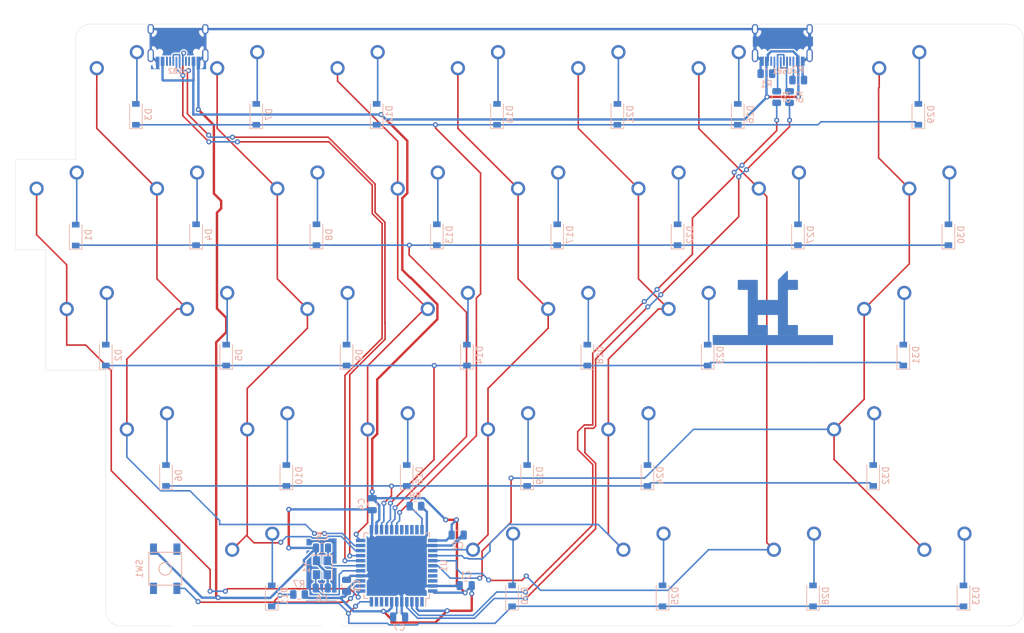
<source format=kicad_pcb>
(kicad_pcb (version 20171130) (host pcbnew "(5.1.10-1-10_14)")
  (layers (0 F.Cu signal) (31 B.Cu signal) (34 B.Paste user) (35 F.Paste user) (36 B.SilkS user) (37 F.SilkS user) (38 B.Mask user) (39 F.Mask user) (44 Edge.Cuts user))
  (net 0 "")
  (net 1 GND)
  (net 2 +5V)
  (net 3 "Net-(C5-Pad1)")
  (net 4 "Net-(C6-Pad1)")
  (net 5 "Net-(C7-Pad1)")
  (net 6 "Net-(D1-Pad2)")
  (net 7 row1)
  (net 8 "Net-(D2-Pad2)")
  (net 9 row2)
  (net 10 "Net-(D3-Pad2)")
  (net 11 row0)
  (net 12 "Net-(D4-Pad2)")
  (net 13 "Net-(D5-Pad2)")
  (net 14 "Net-(D6-Pad2)")
  (net 15 row3)
  (net 16 "Net-(D7-Pad2)")
  (net 17 "Net-(D8-Pad2)")
  (net 18 "Net-(D9-Pad2)")
  (net 19 "Net-(D10-Pad2)")
  (net 20 "Net-(D11-Pad2)")
  (net 21 row4)
  (net 22 "Net-(D12-Pad2)")
  (net 23 "Net-(D13-Pad2)")
  (net 24 "Net-(D14-Pad2)")
  (net 25 "Net-(D15-Pad2)")
  (net 26 "Net-(D16-Pad2)")
  (net 27 "Net-(D17-Pad2)")
  (net 28 "Net-(D18-Pad2)")
  (net 29 "Net-(D19-Pad2)")
  (net 30 "Net-(D20-Pad2)")
  (net 31 "Net-(D21-Pad2)")
  (net 32 "Net-(D22-Pad2)")
  (net 33 "Net-(D23-Pad2)")
  (net 34 "Net-(D24-Pad2)")
  (net 35 "Net-(D25-Pad2)")
  (net 36 "Net-(D26-Pad2)")
  (net 37 "Net-(D27-Pad2)")
  (net 38 "Net-(D28-Pad2)")
  (net 39 "Net-(D29-Pad2)")
  (net 40 "Net-(D30-Pad2)")
  (net 41 "Net-(D31-Pad2)")
  (net 42 "Net-(D32-Pad2)")
  (net 43 "Net-(D33-Pad2)")
  (net 44 col0)
  (net 45 col1)
  (net 46 col2)
  (net 47 col3)
  (net 48 col4)
  (net 49 col5)
  (net 50 col6)
  (net 51 col7)
  (net 52 "Net-(R1-Pad2)")
  (net 53 "Net-(R2-Pad2)")
  (net 54 D-)
  (net 55 "Net-(R5-Pad1)")
  (net 56 D+)
  (net 57 "Net-(R6-Pad1)")
  (net 58 "Net-(R7-Pad2)")
  (net 59 "Net-(R8-Pad2)")
  (net 60 "Net-(U1-Pad42)")
  (net 61 "Net-(U1-Pad41)")
  (net 62 "Net-(U1-Pad40)")
  (net 63 "Net-(U1-Pad32)")
  (net 64 "Net-(U1-Pad31)")
  (net 65 "Net-(U1-Pad30)")
  (net 66 "Net-(U1-Pad29)")
  (net 67 SD-)
  (net 68 SD+)
  (net 69 "Net-(U1-Pad10)")
  (net 70 "Net-(U1-Pad9)")
  (net 71 "Net-(U1-Pad8)")
  (net 72 "Net-(U1-Pad1)")
  (net 73 "Net-(USB1-Pad3)")
  (net 74 "Net-(USB1-Pad9)")
  (net 75 "Net-(USB2-Pad3)")
  (net 76 "Net-(USB2-Pad10)")
  (net 77 "Net-(USB2-Pad4)")
  (net 78 "Net-(USB2-Pad9)")
  (module MX_Only:MXOnly-2.75U-NoLED (layer F.Cu) (at 58.7375 102.39375)
    (fp_text reference MX11)
    (fp_text value MX-NoLED)
    (pad 2 thru_hole circle (at 2.54 -5.08) (size 2.25 2.25) (drill 1.47) (layers *.Cu B.Mask) (net 20 "Net-(D11-Pad2)"))
    (pad "" np_thru_hole circle (at 0 0) (size 3.9878 3.9878) (drill 3.9878) (layers *.Cu *.Mask))
    (pad 1 thru_hole circle (at -3.81 -2.54) (size 2.25 2.25) (drill 1.47) (layers *.Cu B.Mask) (net 46 col2))
    (pad "" np_thru_hole circle (at -5.08 0 48.0996) (size 1.75 1.75) (drill 1.75) (layers *.Cu *.Mask))
    (pad "" np_thru_hole circle (at 5.08 0 48.0996) (size 1.75 1.75) (drill 1.75) (layers *.Cu *.Mask))
    (pad "" np_thru_hole circle (at -11.90625 -6.985) (size 3.048 3.048) (drill 3.048) (layers *.Cu *.Mask))
    (pad "" np_thru_hole circle (at 11.90625 -6.985) (size 3.048 3.048) (drill 3.048) (layers *.Cu *.Mask))
    (pad "" np_thru_hole circle (at -11.90625 8.255) (size 3.9878 3.9878) (drill 3.9878) (layers *.Cu *.Mask))
    (pad "" np_thru_hole circle (at 11.90625 8.255) (size 3.9878 3.9878) (drill 3.9878) (layers *.Cu *.Mask))
  )
  (module MX_Only:MXOnly-1U-NoLED (layer F.Cu) (at 120.65 102.39375)
    (fp_text reference MX25)
    (fp_text value MX-NoLED)
    (pad 2 thru_hole circle (at 2.54 -5.08) (size 2.25 2.25) (drill 1.47) (layers *.Cu B.Mask) (net 35 "Net-(D25-Pad2)"))
    (pad "" np_thru_hole circle (at 0 0) (size 3.9878 3.9878) (drill 3.9878) (layers *.Cu *.Mask))
    (pad 1 thru_hole circle (at -3.81 -2.54) (size 2.25 2.25) (drill 1.47) (layers *.Cu B.Mask) (net 49 col5))
    (pad "" np_thru_hole circle (at -5.08 0 48.0996) (size 1.75 1.75) (drill 1.75) (layers *.Cu *.Mask))
    (pad "" np_thru_hole circle (at 5.08 0 48.0996) (size 1.75 1.75) (drill 1.75) (layers *.Cu *.Mask))
  )
  (module MX_Only:MXOnly-1.25U-NoLED (layer F.Cu) (at 127.79375 64.29375)
    (fp_text reference MX23)
    (fp_text value MX-NoLED)
    (pad 2 thru_hole circle (at 2.54 -5.08) (size 2.25 2.25) (drill 1.47) (layers *.Cu B.Mask) (net 33 "Net-(D23-Pad2)"))
    (pad "" np_thru_hole circle (at 0 0) (size 3.9878 3.9878) (drill 3.9878) (layers *.Cu *.Mask))
    (pad 1 thru_hole circle (at -3.81 -2.54) (size 2.25 2.25) (drill 1.47) (layers *.Cu B.Mask) (net 49 col5))
    (pad "" np_thru_hole circle (at -5.08 0 48.0996) (size 1.75 1.75) (drill 1.75) (layers *.Cu *.Mask))
    (pad "" np_thru_hole circle (at 5.08 0 48.0996) (size 1.75 1.75) (drill 1.75) (layers *.Cu *.Mask))
  )
  (module Capacitor_SMD:C_0805_2012Metric (layer B.Cu) (at 81.346 110.49)
    (fp_text reference C7 (at 0 1.68) (layer B.SilkS) (effects (justify mirror)))
    (fp_text value 1µF)
    (pad 2 smd roundrect (at 0.95 0) (size 1 1.45) (layers B.Cu B.Paste B.Mask) (net 1 GND))
    (pad 1 smd roundrect (at -0.95 0) (size 1 1.45) (layers B.Cu B.Paste B.Mask) (net 5 "Net-(C7-Pad1)"))
  )
  (module Resistor_SMD:R_0805_2012Metric (layer B.Cu) (at 83.9235 92.964 180)
    (fp_text reference R8 (at 0 1.65) (layer B.SilkS) (effects (justify mirror)))
    (fp_text value 10k)
    (pad 2 smd roundrect (at 0.9125 0 180) (size 1.025 1.4) (layers B.Cu B.Paste B.Mask) (roundrect_rratio 0.2439014634146341) (net 59 "Net-(R8-Pad2)"))
    (pad 1 smd roundrect (at -0.9125 0 180) (size 1.025 1.4) (layers B.Cu B.Paste B.Mask) (roundrect_rratio 0.2439014634146341) (net 1 GND))
  )
  (module MX_Only:MXOnly-2.75U-NoLED (layer F.Cu) (at 153.9875 83.34375)
    (fp_text reference MX32)
    (fp_text value MX-NoLED)
    (pad 2 thru_hole circle (at 2.54 -5.08) (size 2.25 2.25) (drill 1.47) (layers *.Cu B.Mask) (net 42 "Net-(D32-Pad2)"))
    (pad "" np_thru_hole circle (at 0 0) (size 3.9878 3.9878) (drill 3.9878) (layers *.Cu *.Mask))
    (pad 1 thru_hole circle (at -3.81 -2.54) (size 2.25 2.25) (drill 1.47) (layers *.Cu B.Mask) (net 51 col7))
    (pad "" np_thru_hole circle (at -5.08 0 48.0996) (size 1.75 1.75) (drill 1.75) (layers *.Cu *.Mask))
    (pad "" np_thru_hole circle (at 5.08 0 48.0996) (size 1.75 1.75) (drill 1.75) (layers *.Cu *.Mask))
    (pad "" np_thru_hole circle (at -11.90625 -6.985) (size 3.048 3.048) (drill 3.048) (layers *.Cu *.Mask))
    (pad "" np_thru_hole circle (at 11.90625 -6.985) (size 3.048 3.048) (drill 3.048) (layers *.Cu *.Mask))
    (pad "" np_thru_hole circle (at -11.90625 8.255) (size 3.9878 3.9878) (drill 3.9878) (layers *.Cu *.Mask))
    (pad "" np_thru_hole circle (at 11.90625 8.255) (size 3.9878 3.9878) (drill 3.9878) (layers *.Cu *.Mask))
  )
  (module MX_Only:MXOnly-1.25U-NoLED (layer F.Cu) (at 168.275 102.39375)
    (fp_text reference MX33)
    (fp_text value MX-NoLED)
    (pad 2 thru_hole circle (at 2.54 -5.08) (size 2.25 2.25) (drill 1.47) (layers *.Cu B.Mask) (net 43 "Net-(D33-Pad2)"))
    (pad "" np_thru_hole circle (at 0 0) (size 3.9878 3.9878) (drill 3.9878) (layers *.Cu *.Mask))
    (pad 1 thru_hole circle (at -3.81 -2.54) (size 2.25 2.25) (drill 1.47) (layers *.Cu B.Mask) (net 51 col7))
    (pad "" np_thru_hole circle (at -5.08 0 48.0996) (size 1.75 1.75) (drill 1.75) (layers *.Cu *.Mask))
    (pad "" np_thru_hole circle (at 5.08 0 48.0996) (size 1.75 1.75) (drill 1.75) (layers *.Cu *.Mask))
  )
  (module MX_Only:MXOnly-1.25U-NoLED (layer F.Cu) (at 144.4625 102.39375)
    (fp_text reference MX28)
    (fp_text value MX-NoLED)
    (pad 2 thru_hole circle (at 2.54 -5.08) (size 2.25 2.25) (drill 1.47) (layers *.Cu B.Mask) (net 38 "Net-(D28-Pad2)"))
    (pad "" np_thru_hole circle (at 0 0) (size 3.9878 3.9878) (drill 3.9878) (layers *.Cu *.Mask))
    (pad 1 thru_hole circle (at -3.81 -2.54) (size 2.25 2.25) (drill 1.47) (layers *.Cu B.Mask) (net 50 col6))
    (pad "" np_thru_hole circle (at -5.08 0 48.0996) (size 1.75 1.75) (drill 1.75) (layers *.Cu *.Mask))
    (pad "" np_thru_hole circle (at 5.08 0 48.0996) (size 1.75 1.75) (drill 1.75) (layers *.Cu *.Mask))
  )
  (module MX_Only:MXOnly-1.25U-NoLED (layer F.Cu) (at 96.8375 102.39375)
    (fp_text reference MX20)
    (fp_text value MX-NoLED)
    (pad 2 thru_hole circle (at 2.54 -5.08) (size 2.25 2.25) (drill 1.47) (layers *.Cu B.Mask) (net 30 "Net-(D20-Pad2)"))
    (pad "" np_thru_hole circle (at 0 0) (size 3.9878 3.9878) (drill 3.9878) (layers *.Cu *.Mask))
    (pad 1 thru_hole circle (at -3.81 -2.54) (size 2.25 2.25) (drill 1.47) (layers *.Cu B.Mask) (net 48 col4))
    (pad "" np_thru_hole circle (at -5.08 0 48.0996) (size 1.75 1.75) (drill 1.75) (layers *.Cu *.Mask))
    (pad "" np_thru_hole circle (at 5.08 0 48.0996) (size 1.75 1.75) (drill 1.75) (layers *.Cu *.Mask))
  )
  (module Crystal:Crystal_SMD_3225-4Pin_3.2x2.5mm (layer B.Cu) (at 69.127 102.7 270)
    (fp_text reference Y1 (at 0 2.45 90) (layer B.SilkS) (effects (justify mirror)))
    (fp_text value 16MHz)
    (pad 4 smd rect (at -1.1 0.85 270) (size 1.4 1.2) (layers B.Cu B.Paste B.Mask) (net 1 GND))
    (pad 3 smd rect (at 1.1 0.85 270) (size 1.4 1.2) (layers B.Cu B.Paste B.Mask) (net 4 "Net-(C6-Pad1)"))
    (pad 2 smd rect (at 1.1 -0.85 270) (size 1.4 1.2) (layers B.Cu B.Paste B.Mask) (net 1 GND))
    (pad 1 smd rect (at -1.1 -0.85 270) (size 1.4 1.2) (layers B.Cu B.Paste B.Mask) (net 3 "Net-(C5-Pad1)"))
  )
  (module Keebio-Parts:HRO-TYPE-C-31-M-12-Assembly (layer B.Cu) (at 46.355 14.859)
    (fp_text reference USB2 (at 0 9.25) (layer B.SilkS) (effects (font (size 0.8 0.8)) (justify mirror)))
    (fp_text value HRO-TYPE-C-31-M-12)
    (pad 12 smd rect (at 3.225 7.695) (size 0.6 1.45) (layers B.Cu B.Paste B.Mask) (net 1 GND))
    (pad 1 smd rect (at -3.225 7.695) (size 0.6 1.45) (layers B.Cu B.Paste B.Mask) (net 1 GND))
    (pad 11 smd rect (at 2.45 7.695) (size 0.6 1.45) (layers B.Cu B.Paste B.Mask) (net 2 +5V))
    (pad 2 smd rect (at -2.45 7.695) (size 0.6 1.45) (layers B.Cu B.Paste B.Mask) (net 2 +5V))
    (pad 3 smd rect (at -1.75 7.695) (size 0.3 1.45) (layers B.Cu B.Paste B.Mask) (net 75 "Net-(USB2-Pad3)"))
    (pad 10 smd rect (at 1.75 7.695) (size 0.3 1.45) (layers B.Cu B.Paste B.Mask) (net 76 "Net-(USB2-Pad10)"))
    (pad 4 smd rect (at -1.25 7.695) (size 0.3 1.45) (layers B.Cu B.Paste B.Mask) (net 77 "Net-(USB2-Pad4)"))
    (pad 9 smd rect (at 1.25 7.695) (size 0.3 1.45) (layers B.Cu B.Paste B.Mask) (net 78 "Net-(USB2-Pad9)"))
    (pad 5 smd rect (at -0.75 7.695) (size 0.3 1.45) (layers B.Cu B.Paste B.Mask) (net 67 SD-))
    (pad 8 smd rect (at 0.75 7.695) (size 0.3 1.45) (layers B.Cu B.Paste B.Mask) (net 68 SD+))
    (pad 7 smd rect (at 0.25 7.695) (size 0.3 1.45) (layers B.Cu B.Paste B.Mask) (net 67 SD-))
    (pad 6 smd rect (at -0.25 7.695) (size 0.3 1.45) (layers B.Cu B.Paste B.Mask) (net 68 SD+))
    (pad "" np_thru_hole circle (at 2.89 6.25) (size 0.65 0.65) (drill 0.65) (layers *.Cu *.Mask))
    (pad "" np_thru_hole circle (at -2.89 6.25) (size 0.65 0.65) (drill 0.65) (layers *.Cu *.Mask))
    (pad 13 thru_hole oval (at -4.32 6.78) (size 1 2.1) (drill oval 0.6 1.7) (layers *.Cu *.Mask) (net 1 GND))
    (pad 13 thru_hole oval (at 4.32 6.78) (size 1 2.1) (drill oval 0.6 1.7) (layers *.Cu *.Mask) (net 1 GND))
    (pad 13 thru_hole oval (at -4.32 2.6) (size 1 1.6) (drill oval 0.6 1.2) (layers *.Cu *.Mask) (net 1 GND))
    (pad 13 thru_hole oval (at 4.32 2.6) (size 1 1.6) (drill oval 0.6 1.2) (layers *.Cu *.Mask) (net 1 GND))
  )
  (module Keebio-Parts:HRO-TYPE-C-31-M-12-Assembly (layer B.Cu) (at 141.986 14.859)
    (fp_text reference USB1 (at 0 9.25) (layer B.SilkS) (effects (font (size 0.8 0.8)) (justify mirror)))
    (fp_text value HRO-TYPE-C-31-M-12)
    (pad 12 smd rect (at 3.225 7.695) (size 0.6 1.45) (layers B.Cu B.Paste B.Mask) (net 1 GND))
    (pad 1 smd rect (at -3.225 7.695) (size 0.6 1.45) (layers B.Cu B.Paste B.Mask) (net 1 GND))
    (pad 11 smd rect (at 2.45 7.695) (size 0.6 1.45) (layers B.Cu B.Paste B.Mask) (net 2 +5V))
    (pad 2 smd rect (at -2.45 7.695) (size 0.6 1.45) (layers B.Cu B.Paste B.Mask) (net 2 +5V))
    (pad 3 smd rect (at -1.75 7.695) (size 0.3 1.45) (layers B.Cu B.Paste B.Mask) (net 73 "Net-(USB1-Pad3)"))
    (pad 10 smd rect (at 1.75 7.695) (size 0.3 1.45) (layers B.Cu B.Paste B.Mask) (net 53 "Net-(R2-Pad2)"))
    (pad 4 smd rect (at -1.25 7.695) (size 0.3 1.45) (layers B.Cu B.Paste B.Mask) (net 52 "Net-(R1-Pad2)"))
    (pad 9 smd rect (at 1.25 7.695) (size 0.3 1.45) (layers B.Cu B.Paste B.Mask) (net 74 "Net-(USB1-Pad9)"))
    (pad 5 smd rect (at -0.75 7.695) (size 0.3 1.45) (layers B.Cu B.Paste B.Mask) (net 54 D-))
    (pad 8 smd rect (at 0.75 7.695) (size 0.3 1.45) (layers B.Cu B.Paste B.Mask) (net 56 D+))
    (pad 7 smd rect (at 0.25 7.695) (size 0.3 1.45) (layers B.Cu B.Paste B.Mask) (net 54 D-))
    (pad 6 smd rect (at -0.25 7.695) (size 0.3 1.45) (layers B.Cu B.Paste B.Mask) (net 56 D+))
    (pad "" np_thru_hole circle (at 2.89 6.25) (size 0.65 0.65) (drill 0.65) (layers *.Cu *.Mask))
    (pad "" np_thru_hole circle (at -2.89 6.25) (size 0.65 0.65) (drill 0.65) (layers *.Cu *.Mask))
    (pad 13 thru_hole oval (at -4.32 6.78) (size 1 2.1) (drill oval 0.6 1.7) (layers *.Cu *.Mask) (net 1 GND))
    (pad 13 thru_hole oval (at 4.32 6.78) (size 1 2.1) (drill oval 0.6 1.7) (layers *.Cu *.Mask) (net 1 GND))
    (pad 13 thru_hole oval (at -4.32 2.6) (size 1 1.6) (drill oval 0.6 1.2) (layers *.Cu *.Mask) (net 1 GND))
    (pad 13 thru_hole oval (at 4.32 2.6) (size 1 1.6) (drill oval 0.6 1.2) (layers *.Cu *.Mask) (net 1 GND))
  )
  (module Package_QFP:TQFP-44_10x10mm_P0.8mm (layer B.Cu) (at 80.9625 102.39375 90)
    (fp_text reference U1 (at 0 7.45 90) (layer B.SilkS) (effects (justify mirror)))
    (fp_text value ATmega32U4-AU)
    (pad 44 smd rect (at -4 5.7) (size 1.5 0.55) (layers B.Cu B.Paste B.Mask) (net 2 +5V))
    (pad 43 smd rect (at -3.2 5.7) (size 1.5 0.55) (layers B.Cu B.Paste B.Mask) (net 1 GND))
    (pad 42 smd rect (at -2.4 5.7) (size 1.5 0.55) (layers B.Cu B.Paste B.Mask) (net 60 "Net-(U1-Pad42)"))
    (pad 41 smd rect (at -1.6 5.7) (size 1.5 0.55) (layers B.Cu B.Paste B.Mask) (net 61 "Net-(U1-Pad41)"))
    (pad 40 smd rect (at -0.8 5.7) (size 1.5 0.55) (layers B.Cu B.Paste B.Mask) (net 62 "Net-(U1-Pad40)"))
    (pad 39 smd rect (at 0 5.7) (size 1.5 0.55) (layers B.Cu B.Paste B.Mask) (net 51 col7))
    (pad 38 smd rect (at 0.8 5.7) (size 1.5 0.55) (layers B.Cu B.Paste B.Mask) (net 50 col6))
    (pad 37 smd rect (at 1.6 5.7) (size 1.5 0.55) (layers B.Cu B.Paste B.Mask) (net 49 col5))
    (pad 36 smd rect (at 2.4 5.7) (size 1.5 0.55) (layers B.Cu B.Paste B.Mask) (net 48 col4))
    (pad 35 smd rect (at 3.2 5.7) (size 1.5 0.55) (layers B.Cu B.Paste B.Mask) (net 1 GND))
    (pad 34 smd rect (at 4 5.7) (size 1.5 0.55) (layers B.Cu B.Paste B.Mask) (net 2 +5V))
    (pad 33 smd rect (at 5.7 4 90) (size 1.5 0.55) (layers B.Cu B.Paste B.Mask) (net 59 "Net-(R8-Pad2)"))
    (pad 32 smd rect (at 5.7 3.2 90) (size 1.5 0.55) (layers B.Cu B.Paste B.Mask) (net 63 "Net-(U1-Pad32)"))
    (pad 31 smd rect (at 5.7 2.4 90) (size 1.5 0.55) (layers B.Cu B.Paste B.Mask) (net 64 "Net-(U1-Pad31)"))
    (pad 30 smd rect (at 5.7 1.6 90) (size 1.5 0.55) (layers B.Cu B.Paste B.Mask) (net 65 "Net-(U1-Pad30)"))
    (pad 29 smd rect (at 5.7 0.8 90) (size 1.5 0.55) (layers B.Cu B.Paste B.Mask) (net 66 "Net-(U1-Pad29)"))
    (pad 28 smd rect (at 5.7 0 90) (size 1.5 0.55) (layers B.Cu B.Paste B.Mask) (net 11 row0))
    (pad 27 smd rect (at 5.7 -0.8 90) (size 1.5 0.55) (layers B.Cu B.Paste B.Mask) (net 7 row1))
    (pad 26 smd rect (at 5.7 -1.6 90) (size 1.5 0.55) (layers B.Cu B.Paste B.Mask) (net 9 row2))
    (pad 25 smd rect (at 5.7 -2.4 90) (size 1.5 0.55) (layers B.Cu B.Paste B.Mask) (net 15 row3))
    (pad 24 smd rect (at 5.7 -3.2 90) (size 1.5 0.55) (layers B.Cu B.Paste B.Mask) (net 2 +5V))
    (pad 23 smd rect (at 5.7 -4 90) (size 1.5 0.55) (layers B.Cu B.Paste B.Mask) (net 1 GND))
    (pad 22 smd rect (at 4 -5.7) (size 1.5 0.55) (layers B.Cu B.Paste B.Mask) (net 47 col3))
    (pad 21 smd rect (at 3.2 -5.7) (size 1.5 0.55) (layers B.Cu B.Paste B.Mask) (net 45 col1))
    (pad 20 smd rect (at 2.4 -5.7) (size 1.5 0.55) (layers B.Cu B.Paste B.Mask) (net 46 col2))
    (pad 19 smd rect (at 1.6 -5.7) (size 1.5 0.55) (layers B.Cu B.Paste B.Mask) (net 67 SD-))
    (pad 18 smd rect (at 0.8 -5.7) (size 1.5 0.55) (layers B.Cu B.Paste B.Mask) (net 68 SD+))
    (pad 17 smd rect (at 0 -5.7) (size 1.5 0.55) (layers B.Cu B.Paste B.Mask) (net 3 "Net-(C5-Pad1)"))
    (pad 16 smd rect (at -0.8 -5.7) (size 1.5 0.55) (layers B.Cu B.Paste B.Mask) (net 4 "Net-(C6-Pad1)"))
    (pad 15 smd rect (at -1.6 -5.7) (size 1.5 0.55) (layers B.Cu B.Paste B.Mask) (net 1 GND))
    (pad 14 smd rect (at -2.4 -5.7) (size 1.5 0.55) (layers B.Cu B.Paste B.Mask) (net 2 +5V))
    (pad 13 smd rect (at -3.2 -5.7) (size 1.5 0.55) (layers B.Cu B.Paste B.Mask) (net 58 "Net-(R7-Pad2)"))
    (pad 12 smd rect (at -4 -5.7) (size 1.5 0.55) (layers B.Cu B.Paste B.Mask) (net 44 col0))
    (pad 11 smd rect (at -5.7 -4 90) (size 1.5 0.55) (layers B.Cu B.Paste B.Mask) (net 21 row4))
    (pad 10 smd rect (at -5.7 -3.2 90) (size 1.5 0.55) (layers B.Cu B.Paste B.Mask) (net 69 "Net-(U1-Pad10)"))
    (pad 9 smd rect (at -5.7 -2.4 90) (size 1.5 0.55) (layers B.Cu B.Paste B.Mask) (net 70 "Net-(U1-Pad9)"))
    (pad 8 smd rect (at -5.7 -1.6 90) (size 1.5 0.55) (layers B.Cu B.Paste B.Mask) (net 71 "Net-(U1-Pad8)"))
    (pad 7 smd rect (at -5.7 -0.8 90) (size 1.5 0.55) (layers B.Cu B.Paste B.Mask) (net 2 +5V))
    (pad 6 smd rect (at -5.7 0 90) (size 1.5 0.55) (layers B.Cu B.Paste B.Mask) (net 5 "Net-(C7-Pad1)"))
    (pad 5 smd rect (at -5.7 0.8 90) (size 1.5 0.55) (layers B.Cu B.Paste B.Mask) (net 1 GND))
    (pad 4 smd rect (at -5.7 1.6 90) (size 1.5 0.55) (layers B.Cu B.Paste B.Mask) (net 57 "Net-(R6-Pad1)"))
    (pad 3 smd rect (at -5.7 2.4 90) (size 1.5 0.55) (layers B.Cu B.Paste B.Mask) (net 55 "Net-(R5-Pad1)"))
    (pad 2 smd rect (at -5.7 3.2 90) (size 1.5 0.55) (layers B.Cu B.Paste B.Mask) (net 2 +5V))
    (pad 1 smd rect (at -5.7 4 90) (size 1.5 0.55) (layers B.Cu B.Paste B.Mask) (net 72 "Net-(U1-Pad1)"))
  )
  (module random-keyboard-parts:SKQG-1155865 (layer B.Cu) (at 44.323 102.87 90)
    (fp_text reference SW1 (at 0 -4.064 90) (layer B.SilkS) (effects (justify mirror)))
    (fp_text value SW_Push)
    (pad 4 smd rect (at -3.1 -1.85 90) (size 1.8 1.1) (layers B.Cu B.Paste B.Mask))
    (pad 3 smd rect (at 3.1 1.85 90) (size 1.8 1.1) (layers B.Cu B.Paste B.Mask))
    (pad 2 smd rect (at -3.1 1.85 90) (size 1.8 1.1) (layers B.Cu B.Paste B.Mask) (net 58 "Net-(R7-Pad2)"))
    (pad 1 smd rect (at 3.1 -1.85 90) (size 1.8 1.1) (layers B.Cu B.Paste B.Mask) (net 1 GND))
  )
  (module Resistor_SMD:R_0805_2012Metric (layer B.Cu) (at 65.5085 106.934 180)
    (fp_text reference R7 (at 0 1.65) (layer B.SilkS) (effects (justify mirror)))
    (fp_text value 10k)
    (pad 2 smd roundrect (at 0.9125 0 180) (size 1.025 1.4) (layers B.Cu B.Paste B.Mask) (roundrect_rratio 0.2439014634146341) (net 58 "Net-(R7-Pad2)"))
    (pad 1 smd roundrect (at -0.9125 0 180) (size 1.025 1.4) (layers B.Cu B.Paste B.Mask) (roundrect_rratio 0.2439014634146341) (net 2 +5V))
  )
  (module Resistor_SMD:R_0805_2012Metric (layer B.Cu) (at 143.129 28.2175 90)
    (fp_text reference R6 (at 0 1.65 90) (layer B.SilkS) (effects (justify mirror)))
    (fp_text value 22)
    (pad 2 smd roundrect (at 0.9125 0 90) (size 1.025 1.4) (layers B.Cu B.Paste B.Mask) (roundrect_rratio 0.2439014634146341) (net 56 D+))
    (pad 1 smd roundrect (at -0.9125 0 90) (size 1.025 1.4) (layers B.Cu B.Paste B.Mask) (roundrect_rratio 0.2439014634146341) (net 57 "Net-(R6-Pad1)"))
  )
  (module Resistor_SMD:R_0805_2012Metric (layer B.Cu) (at 141.097 28.2175 90)
    (fp_text reference R5 (at 0 1.65 90) (layer B.SilkS) (effects (justify mirror)))
    (fp_text value 22)
    (pad 2 smd roundrect (at 0.9125 0 90) (size 1.025 1.4) (layers B.Cu B.Paste B.Mask) (roundrect_rratio 0.2439014634146341) (net 54 D-))
    (pad 1 smd roundrect (at -0.9125 0 90) (size 1.025 1.4) (layers B.Cu B.Paste B.Mask) (roundrect_rratio 0.2439014634146341) (net 55 "Net-(R5-Pad1)"))
  )
  (module Resistor_SMD:R_0805_2012Metric (layer B.Cu) (at 144.5025 25.527 180)
    (fp_text reference R2 (at 0 1.65) (layer B.SilkS) (effects (justify mirror)))
    (fp_text value 5.1k)
    (pad 2 smd roundrect (at 0.9125 0 180) (size 1.025 1.4) (layers B.Cu B.Paste B.Mask) (roundrect_rratio 0.2439014634146341) (net 53 "Net-(R2-Pad2)"))
    (pad 1 smd roundrect (at -0.9125 0 180) (size 1.025 1.4) (layers B.Cu B.Paste B.Mask) (roundrect_rratio 0.2439014634146341) (net 1 GND))
  )
  (module Resistor_SMD:R_0805_2012Metric (layer B.Cu) (at 139.4695 24.511)
    (fp_text reference R1 (at 0 1.65) (layer B.SilkS) (effects (justify mirror)))
    (fp_text value 5.1k)
    (pad 2 smd roundrect (at 0.9125 0) (size 1.025 1.4) (layers B.Cu B.Paste B.Mask) (roundrect_rratio 0.2439014634146341) (net 52 "Net-(R1-Pad2)"))
    (pad 1 smd roundrect (at -0.9125 0) (size 1.025 1.4) (layers B.Cu B.Paste B.Mask) (roundrect_rratio 0.2439014634146341) (net 1 GND))
  )
  (module MX_Only:MXOnly-2.25U-NoLED (layer F.Cu) (at 158.75 64.29375)
    (fp_text reference MX31)
    (fp_text value MX-NoLED)
    (pad 2 thru_hole circle (at 2.54 -5.08) (size 2.25 2.25) (drill 1.47) (layers *.Cu B.Mask) (net 41 "Net-(D31-Pad2)"))
    (pad "" np_thru_hole circle (at 0 0) (size 3.9878 3.9878) (drill 3.9878) (layers *.Cu *.Mask))
    (pad 1 thru_hole circle (at -3.81 -2.54) (size 2.25 2.25) (drill 1.47) (layers *.Cu B.Mask) (net 51 col7))
    (pad "" np_thru_hole circle (at -5.08 0 48.0996) (size 1.75 1.75) (drill 1.75) (layers *.Cu *.Mask))
    (pad "" np_thru_hole circle (at 5.08 0 48.0996) (size 1.75 1.75) (drill 1.75) (layers *.Cu *.Mask))
    (pad "" np_thru_hole circle (at -11.90625 -6.985) (size 3.048 3.048) (drill 3.048) (layers *.Cu *.Mask))
    (pad "" np_thru_hole circle (at 11.90625 -6.985) (size 3.048 3.048) (drill 3.048) (layers *.Cu *.Mask))
    (pad "" np_thru_hole circle (at -11.90625 8.255) (size 3.9878 3.9878) (drill 3.9878) (layers *.Cu *.Mask))
    (pad "" np_thru_hole circle (at 11.90625 8.255) (size 3.9878 3.9878) (drill 3.9878) (layers *.Cu *.Mask))
  )
  (module MX_Only:MXOnly-1.5U-NoLED (layer F.Cu) (at 165.89375 45.24375)
    (fp_text reference MX30)
    (fp_text value MX-NoLED)
    (pad 2 thru_hole circle (at 2.54 -5.08) (size 2.25 2.25) (drill 1.47) (layers *.Cu B.Mask) (net 40 "Net-(D30-Pad2)"))
    (pad "" np_thru_hole circle (at 0 0) (size 3.9878 3.9878) (drill 3.9878) (layers *.Cu *.Mask))
    (pad 1 thru_hole circle (at -3.81 -2.54) (size 2.25 2.25) (drill 1.47) (layers *.Cu B.Mask) (net 51 col7))
    (pad "" np_thru_hole circle (at -5.08 0 48.0996) (size 1.75 1.75) (drill 1.75) (layers *.Cu *.Mask))
    (pad "" np_thru_hole circle (at 5.08 0 48.0996) (size 1.75 1.75) (drill 1.75) (layers *.Cu *.Mask))
  )
  (module MX_Only:MXOnly-2U-NoLED (layer F.Cu) (at 161.13125 26.19375)
    (fp_text reference MX29)
    (fp_text value MX-NoLED)
    (pad 2 thru_hole circle (at 2.54 -5.08) (size 2.25 2.25) (drill 1.47) (layers *.Cu B.Mask) (net 39 "Net-(D29-Pad2)"))
    (pad "" np_thru_hole circle (at 0 0) (size 3.9878 3.9878) (drill 3.9878) (layers *.Cu *.Mask))
    (pad 1 thru_hole circle (at -3.81 -2.54) (size 2.25 2.25) (drill 1.47) (layers *.Cu B.Mask) (net 51 col7))
    (pad "" np_thru_hole circle (at -5.08 0 48.0996) (size 1.75 1.75) (drill 1.75) (layers *.Cu *.Mask))
    (pad "" np_thru_hole circle (at 5.08 0 48.0996) (size 1.75 1.75) (drill 1.75) (layers *.Cu *.Mask))
    (pad "" np_thru_hole circle (at -11.90625 -6.985) (size 3.048 3.048) (drill 3.048) (layers *.Cu *.Mask))
    (pad "" np_thru_hole circle (at 11.90625 -6.985) (size 3.048 3.048) (drill 3.048) (layers *.Cu *.Mask))
    (pad "" np_thru_hole circle (at -11.90625 8.255) (size 3.9878 3.9878) (drill 3.9878) (layers *.Cu *.Mask))
    (pad "" np_thru_hole circle (at 11.90625 8.255) (size 3.9878 3.9878) (drill 3.9878) (layers *.Cu *.Mask))
  )
  (module MX_Only:MXOnly-1U-NoLED (layer F.Cu) (at 142.08125 45.24375)
    (fp_text reference MX27)
    (fp_text value MX-NoLED)
    (pad 2 thru_hole circle (at 2.54 -5.08) (size 2.25 2.25) (drill 1.47) (layers *.Cu B.Mask) (net 37 "Net-(D27-Pad2)"))
    (pad "" np_thru_hole circle (at 0 0) (size 3.9878 3.9878) (drill 3.9878) (layers *.Cu *.Mask))
    (pad 1 thru_hole circle (at -3.81 -2.54) (size 2.25 2.25) (drill 1.47) (layers *.Cu B.Mask) (net 50 col6))
    (pad "" np_thru_hole circle (at -5.08 0 48.0996) (size 1.75 1.75) (drill 1.75) (layers *.Cu *.Mask))
    (pad "" np_thru_hole circle (at 5.08 0 48.0996) (size 1.75 1.75) (drill 1.75) (layers *.Cu *.Mask))
  )
  (module MX_Only:MXOnly-1U-NoLED (layer F.Cu) (at 132.55625 26.19375)
    (fp_text reference MX26)
    (fp_text value MX-NoLED)
    (pad 2 thru_hole circle (at 2.54 -5.08) (size 2.25 2.25) (drill 1.47) (layers *.Cu B.Mask) (net 36 "Net-(D26-Pad2)"))
    (pad "" np_thru_hole circle (at 0 0) (size 3.9878 3.9878) (drill 3.9878) (layers *.Cu *.Mask))
    (pad 1 thru_hole circle (at -3.81 -2.54) (size 2.25 2.25) (drill 1.47) (layers *.Cu B.Mask) (net 50 col6))
    (pad "" np_thru_hole circle (at -5.08 0 48.0996) (size 1.75 1.75) (drill 1.75) (layers *.Cu *.Mask))
    (pad "" np_thru_hole circle (at 5.08 0 48.0996) (size 1.75 1.75) (drill 1.75) (layers *.Cu *.Mask))
  )
  (module MX_Only:MXOnly-1U-NoLED (layer F.Cu) (at 118.26875 83.34375)
    (fp_text reference MX24)
    (fp_text value MX-NoLED)
    (pad 2 thru_hole circle (at 2.54 -5.08) (size 2.25 2.25) (drill 1.47) (layers *.Cu B.Mask) (net 34 "Net-(D24-Pad2)"))
    (pad "" np_thru_hole circle (at 0 0) (size 3.9878 3.9878) (drill 3.9878) (layers *.Cu *.Mask))
    (pad 1 thru_hole circle (at -3.81 -2.54) (size 2.25 2.25) (drill 1.47) (layers *.Cu B.Mask) (net 49 col5))
    (pad "" np_thru_hole circle (at -5.08 0 48.0996) (size 1.75 1.75) (drill 1.75) (layers *.Cu *.Mask))
    (pad "" np_thru_hole circle (at 5.08 0 48.0996) (size 1.75 1.75) (drill 1.75) (layers *.Cu *.Mask))
  )
  (module MX_Only:MXOnly-1U-NoLED (layer F.Cu) (at 123.03125 45.24375)
    (fp_text reference MX22)
    (fp_text value MX-NoLED)
    (pad 2 thru_hole circle (at 2.54 -5.08) (size 2.25 2.25) (drill 1.47) (layers *.Cu B.Mask) (net 32 "Net-(D22-Pad2)"))
    (pad "" np_thru_hole circle (at 0 0) (size 3.9878 3.9878) (drill 3.9878) (layers *.Cu *.Mask))
    (pad 1 thru_hole circle (at -3.81 -2.54) (size 2.25 2.25) (drill 1.47) (layers *.Cu B.Mask) (net 49 col5))
    (pad "" np_thru_hole circle (at -5.08 0 48.0996) (size 1.75 1.75) (drill 1.75) (layers *.Cu *.Mask))
    (pad "" np_thru_hole circle (at 5.08 0 48.0996) (size 1.75 1.75) (drill 1.75) (layers *.Cu *.Mask))
  )
  (module MX_Only:MXOnly-1U-NoLED (layer F.Cu) (at 113.50625 26.19375)
    (fp_text reference MX21)
    (fp_text value MX-NoLED)
    (pad 2 thru_hole circle (at 2.54 -5.08) (size 2.25 2.25) (drill 1.47) (layers *.Cu B.Mask) (net 31 "Net-(D21-Pad2)"))
    (pad "" np_thru_hole circle (at 0 0) (size 3.9878 3.9878) (drill 3.9878) (layers *.Cu *.Mask))
    (pad 1 thru_hole circle (at -3.81 -2.54) (size 2.25 2.25) (drill 1.47) (layers *.Cu B.Mask) (net 49 col5))
    (pad "" np_thru_hole circle (at -5.08 0 48.0996) (size 1.75 1.75) (drill 1.75) (layers *.Cu *.Mask))
    (pad "" np_thru_hole circle (at 5.08 0 48.0996) (size 1.75 1.75) (drill 1.75) (layers *.Cu *.Mask))
  )
  (module MX_Only:MXOnly-1U-NoLED (layer F.Cu) (at 99.21875 83.34375)
    (fp_text reference MX19)
    (fp_text value MX-NoLED)
    (pad 2 thru_hole circle (at 2.54 -5.08) (size 2.25 2.25) (drill 1.47) (layers *.Cu B.Mask) (net 29 "Net-(D19-Pad2)"))
    (pad "" np_thru_hole circle (at 0 0) (size 3.9878 3.9878) (drill 3.9878) (layers *.Cu *.Mask))
    (pad 1 thru_hole circle (at -3.81 -2.54) (size 2.25 2.25) (drill 1.47) (layers *.Cu B.Mask) (net 48 col4))
    (pad "" np_thru_hole circle (at -5.08 0 48.0996) (size 1.75 1.75) (drill 1.75) (layers *.Cu *.Mask))
    (pad "" np_thru_hole circle (at 5.08 0 48.0996) (size 1.75 1.75) (drill 1.75) (layers *.Cu *.Mask))
  )
  (module MX_Only:MXOnly-1U-NoLED (layer F.Cu) (at 108.74375 64.29375)
    (fp_text reference MX18)
    (fp_text value MX-NoLED)
    (pad 2 thru_hole circle (at 2.54 -5.08) (size 2.25 2.25) (drill 1.47) (layers *.Cu B.Mask) (net 28 "Net-(D18-Pad2)"))
    (pad "" np_thru_hole circle (at 0 0) (size 3.9878 3.9878) (drill 3.9878) (layers *.Cu *.Mask))
    (pad 1 thru_hole circle (at -3.81 -2.54) (size 2.25 2.25) (drill 1.47) (layers *.Cu B.Mask) (net 48 col4))
    (pad "" np_thru_hole circle (at -5.08 0 48.0996) (size 1.75 1.75) (drill 1.75) (layers *.Cu *.Mask))
    (pad "" np_thru_hole circle (at 5.08 0 48.0996) (size 1.75 1.75) (drill 1.75) (layers *.Cu *.Mask))
  )
  (module MX_Only:MXOnly-1U-NoLED (layer F.Cu) (at 103.98125 45.24375)
    (fp_text reference MX17)
    (fp_text value MX-NoLED)
    (pad 2 thru_hole circle (at 2.54 -5.08) (size 2.25 2.25) (drill 1.47) (layers *.Cu B.Mask) (net 27 "Net-(D17-Pad2)"))
    (pad "" np_thru_hole circle (at 0 0) (size 3.9878 3.9878) (drill 3.9878) (layers *.Cu *.Mask))
    (pad 1 thru_hole circle (at -3.81 -2.54) (size 2.25 2.25) (drill 1.47) (layers *.Cu B.Mask) (net 48 col4))
    (pad "" np_thru_hole circle (at -5.08 0 48.0996) (size 1.75 1.75) (drill 1.75) (layers *.Cu *.Mask))
    (pad "" np_thru_hole circle (at 5.08 0 48.0996) (size 1.75 1.75) (drill 1.75) (layers *.Cu *.Mask))
  )
  (module MX_Only:MXOnly-1U-NoLED (layer F.Cu) (at 94.45625 26.19375)
    (fp_text reference MX16)
    (fp_text value MX-NoLED)
    (pad 2 thru_hole circle (at 2.54 -5.08) (size 2.25 2.25) (drill 1.47) (layers *.Cu B.Mask) (net 26 "Net-(D16-Pad2)"))
    (pad "" np_thru_hole circle (at 0 0) (size 3.9878 3.9878) (drill 3.9878) (layers *.Cu *.Mask))
    (pad 1 thru_hole circle (at -3.81 -2.54) (size 2.25 2.25) (drill 1.47) (layers *.Cu B.Mask) (net 48 col4))
    (pad "" np_thru_hole circle (at -5.08 0 48.0996) (size 1.75 1.75) (drill 1.75) (layers *.Cu *.Mask))
    (pad "" np_thru_hole circle (at 5.08 0 48.0996) (size 1.75 1.75) (drill 1.75) (layers *.Cu *.Mask))
  )
  (module MX_Only:MXOnly-1U-NoLED (layer F.Cu) (at 80.16875 83.34375)
    (fp_text reference MX15)
    (fp_text value MX-NoLED)
    (pad 2 thru_hole circle (at 2.54 -5.08) (size 2.25 2.25) (drill 1.47) (layers *.Cu B.Mask) (net 25 "Net-(D15-Pad2)"))
    (pad "" np_thru_hole circle (at 0 0) (size 3.9878 3.9878) (drill 3.9878) (layers *.Cu *.Mask))
    (pad 1 thru_hole circle (at -3.81 -2.54) (size 2.25 2.25) (drill 1.47) (layers *.Cu B.Mask) (net 47 col3))
    (pad "" np_thru_hole circle (at -5.08 0 48.0996) (size 1.75 1.75) (drill 1.75) (layers *.Cu *.Mask))
    (pad "" np_thru_hole circle (at 5.08 0 48.0996) (size 1.75 1.75) (drill 1.75) (layers *.Cu *.Mask))
  )
  (module MX_Only:MXOnly-1U-NoLED (layer F.Cu) (at 89.69375 64.29375)
    (fp_text reference MX14)
    (fp_text value MX-NoLED)
    (pad 2 thru_hole circle (at 2.54 -5.08) (size 2.25 2.25) (drill 1.47) (layers *.Cu B.Mask) (net 24 "Net-(D14-Pad2)"))
    (pad "" np_thru_hole circle (at 0 0) (size 3.9878 3.9878) (drill 3.9878) (layers *.Cu *.Mask))
    (pad 1 thru_hole circle (at -3.81 -2.54) (size 2.25 2.25) (drill 1.47) (layers *.Cu B.Mask) (net 47 col3))
    (pad "" np_thru_hole circle (at -5.08 0 48.0996) (size 1.75 1.75) (drill 1.75) (layers *.Cu *.Mask))
    (pad "" np_thru_hole circle (at 5.08 0 48.0996) (size 1.75 1.75) (drill 1.75) (layers *.Cu *.Mask))
  )
  (module MX_Only:MXOnly-1U-NoLED (layer F.Cu) (at 84.93125 45.24375)
    (fp_text reference MX13)
    (fp_text value MX-NoLED)
    (pad 2 thru_hole circle (at 2.54 -5.08) (size 2.25 2.25) (drill 1.47) (layers *.Cu B.Mask) (net 23 "Net-(D13-Pad2)"))
    (pad "" np_thru_hole circle (at 0 0) (size 3.9878 3.9878) (drill 3.9878) (layers *.Cu *.Mask))
    (pad 1 thru_hole circle (at -3.81 -2.54) (size 2.25 2.25) (drill 1.47) (layers *.Cu B.Mask) (net 47 col3))
    (pad "" np_thru_hole circle (at -5.08 0 48.0996) (size 1.75 1.75) (drill 1.75) (layers *.Cu *.Mask))
    (pad "" np_thru_hole circle (at 5.08 0 48.0996) (size 1.75 1.75) (drill 1.75) (layers *.Cu *.Mask))
  )
  (module MX_Only:MXOnly-1U-NoLED (layer F.Cu) (at 75.40625 26.19375)
    (fp_text reference MX12)
    (fp_text value MX-NoLED)
    (pad 2 thru_hole circle (at 2.54 -5.08) (size 2.25 2.25) (drill 1.47) (layers *.Cu B.Mask) (net 22 "Net-(D12-Pad2)"))
    (pad "" np_thru_hole circle (at 0 0) (size 3.9878 3.9878) (drill 3.9878) (layers *.Cu *.Mask))
    (pad 1 thru_hole circle (at -3.81 -2.54) (size 2.25 2.25) (drill 1.47) (layers *.Cu B.Mask) (net 47 col3))
    (pad "" np_thru_hole circle (at -5.08 0 48.0996) (size 1.75 1.75) (drill 1.75) (layers *.Cu *.Mask))
    (pad "" np_thru_hole circle (at 5.08 0 48.0996) (size 1.75 1.75) (drill 1.75) (layers *.Cu *.Mask))
  )
  (module MX_Only:MXOnly-1U-NoLED (layer F.Cu) (at 61.11875 83.34375)
    (fp_text reference MX10)
    (fp_text value MX-NoLED)
    (pad 2 thru_hole circle (at 2.54 -5.08) (size 2.25 2.25) (drill 1.47) (layers *.Cu B.Mask) (net 19 "Net-(D10-Pad2)"))
    (pad "" np_thru_hole circle (at 0 0) (size 3.9878 3.9878) (drill 3.9878) (layers *.Cu *.Mask))
    (pad 1 thru_hole circle (at -3.81 -2.54) (size 2.25 2.25) (drill 1.47) (layers *.Cu B.Mask) (net 46 col2))
    (pad "" np_thru_hole circle (at -5.08 0 48.0996) (size 1.75 1.75) (drill 1.75) (layers *.Cu *.Mask))
    (pad "" np_thru_hole circle (at 5.08 0 48.0996) (size 1.75 1.75) (drill 1.75) (layers *.Cu *.Mask))
  )
  (module MX_Only:MXOnly-1U-NoLED (layer F.Cu) (at 70.64375 64.29375)
    (fp_text reference MX9)
    (fp_text value MX-NoLED)
    (pad 2 thru_hole circle (at 2.54 -5.08) (size 2.25 2.25) (drill 1.47) (layers *.Cu B.Mask) (net 18 "Net-(D9-Pad2)"))
    (pad "" np_thru_hole circle (at 0 0) (size 3.9878 3.9878) (drill 3.9878) (layers *.Cu *.Mask))
    (pad 1 thru_hole circle (at -3.81 -2.54) (size 2.25 2.25) (drill 1.47) (layers *.Cu B.Mask) (net 46 col2))
    (pad "" np_thru_hole circle (at -5.08 0 48.0996) (size 1.75 1.75) (drill 1.75) (layers *.Cu *.Mask))
    (pad "" np_thru_hole circle (at 5.08 0 48.0996) (size 1.75 1.75) (drill 1.75) (layers *.Cu *.Mask))
  )
  (module MX_Only:MXOnly-1U-NoLED (layer F.Cu) (at 65.88125 45.24375)
    (fp_text reference MX8)
    (fp_text value MX-NoLED)
    (pad 2 thru_hole circle (at 2.54 -5.08) (size 2.25 2.25) (drill 1.47) (layers *.Cu B.Mask) (net 17 "Net-(D8-Pad2)"))
    (pad "" np_thru_hole circle (at 0 0) (size 3.9878 3.9878) (drill 3.9878) (layers *.Cu *.Mask))
    (pad 1 thru_hole circle (at -3.81 -2.54) (size 2.25 2.25) (drill 1.47) (layers *.Cu B.Mask) (net 46 col2))
    (pad "" np_thru_hole circle (at -5.08 0 48.0996) (size 1.75 1.75) (drill 1.75) (layers *.Cu *.Mask))
    (pad "" np_thru_hole circle (at 5.08 0 48.0996) (size 1.75 1.75) (drill 1.75) (layers *.Cu *.Mask))
  )
  (module MX_Only:MXOnly-1U-NoLED (layer F.Cu) (at 56.35625 26.19375)
    (fp_text reference MX7)
    (fp_text value MX-NoLED)
    (pad 2 thru_hole circle (at 2.54 -5.08) (size 2.25 2.25) (drill 1.47) (layers *.Cu B.Mask) (net 16 "Net-(D7-Pad2)"))
    (pad "" np_thru_hole circle (at 0 0) (size 3.9878 3.9878) (drill 3.9878) (layers *.Cu *.Mask))
    (pad 1 thru_hole circle (at -3.81 -2.54) (size 2.25 2.25) (drill 1.47) (layers *.Cu B.Mask) (net 46 col2))
    (pad "" np_thru_hole circle (at -5.08 0 48.0996) (size 1.75 1.75) (drill 1.75) (layers *.Cu *.Mask))
    (pad "" np_thru_hole circle (at 5.08 0 48.0996) (size 1.75 1.75) (drill 1.75) (layers *.Cu *.Mask))
  )
  (module MX_Only:MXOnly-1U-NoLED (layer F.Cu) (at 42.06875 83.34375)
    (fp_text reference MX6)
    (fp_text value MX-NoLED)
    (pad 2 thru_hole circle (at 2.54 -5.08) (size 2.25 2.25) (drill 1.47) (layers *.Cu B.Mask) (net 14 "Net-(D6-Pad2)"))
    (pad "" np_thru_hole circle (at 0 0) (size 3.9878 3.9878) (drill 3.9878) (layers *.Cu *.Mask))
    (pad 1 thru_hole circle (at -3.81 -2.54) (size 2.25 2.25) (drill 1.47) (layers *.Cu B.Mask) (net 45 col1))
    (pad "" np_thru_hole circle (at -5.08 0 48.0996) (size 1.75 1.75) (drill 1.75) (layers *.Cu *.Mask))
    (pad "" np_thru_hole circle (at 5.08 0 48.0996) (size 1.75 1.75) (drill 1.75) (layers *.Cu *.Mask))
  )
  (module MX_Only:MXOnly-1U-NoLED (layer F.Cu) (at 51.59375 64.29375)
    (fp_text reference MX5)
    (fp_text value MX-NoLED)
    (pad 2 thru_hole circle (at 2.54 -5.08) (size 2.25 2.25) (drill 1.47) (layers *.Cu B.Mask) (net 13 "Net-(D5-Pad2)"))
    (pad "" np_thru_hole circle (at 0 0) (size 3.9878 3.9878) (drill 3.9878) (layers *.Cu *.Mask))
    (pad 1 thru_hole circle (at -3.81 -2.54) (size 2.25 2.25) (drill 1.47) (layers *.Cu B.Mask) (net 45 col1))
    (pad "" np_thru_hole circle (at -5.08 0 48.0996) (size 1.75 1.75) (drill 1.75) (layers *.Cu *.Mask))
    (pad "" np_thru_hole circle (at 5.08 0 48.0996) (size 1.75 1.75) (drill 1.75) (layers *.Cu *.Mask))
  )
  (module MX_Only:MXOnly-1U-NoLED (layer F.Cu) (at 46.83125 45.24375)
    (fp_text reference MX4)
    (fp_text value MX-NoLED)
    (pad 2 thru_hole circle (at 2.54 -5.08) (size 2.25 2.25) (drill 1.47) (layers *.Cu B.Mask) (net 12 "Net-(D4-Pad2)"))
    (pad "" np_thru_hole circle (at 0 0) (size 3.9878 3.9878) (drill 3.9878) (layers *.Cu *.Mask))
    (pad 1 thru_hole circle (at -3.81 -2.54) (size 2.25 2.25) (drill 1.47) (layers *.Cu B.Mask) (net 45 col1))
    (pad "" np_thru_hole circle (at -5.08 0 48.0996) (size 1.75 1.75) (drill 1.75) (layers *.Cu *.Mask))
    (pad "" np_thru_hole circle (at 5.08 0 48.0996) (size 1.75 1.75) (drill 1.75) (layers *.Cu *.Mask))
  )
  (module MX_Only:MXOnly-1U-NoLED (layer F.Cu) (at 37.30625 26.19375)
    (fp_text reference MX3)
    (fp_text value MX-NoLED)
    (pad 2 thru_hole circle (at 2.54 -5.08) (size 2.25 2.25) (drill 1.47) (layers *.Cu B.Mask) (net 10 "Net-(D3-Pad2)"))
    (pad "" np_thru_hole circle (at 0 0) (size 3.9878 3.9878) (drill 3.9878) (layers *.Cu *.Mask))
    (pad 1 thru_hole circle (at -3.81 -2.54) (size 2.25 2.25) (drill 1.47) (layers *.Cu B.Mask) (net 45 col1))
    (pad "" np_thru_hole circle (at -5.08 0 48.0996) (size 1.75 1.75) (drill 1.75) (layers *.Cu *.Mask))
    (pad "" np_thru_hole circle (at 5.08 0 48.0996) (size 1.75 1.75) (drill 1.75) (layers *.Cu *.Mask))
  )
  (module MX_Only:MXOnly-1U-NoLED (layer F.Cu) (at 32.54375 64.29375)
    (fp_text reference MX2)
    (fp_text value MX-NoLED)
    (pad 2 thru_hole circle (at 2.54 -5.08) (size 2.25 2.25) (drill 1.47) (layers *.Cu B.Mask) (net 8 "Net-(D2-Pad2)"))
    (pad "" np_thru_hole circle (at 0 0) (size 3.9878 3.9878) (drill 3.9878) (layers *.Cu *.Mask))
    (pad 1 thru_hole circle (at -3.81 -2.54) (size 2.25 2.25) (drill 1.47) (layers *.Cu B.Mask) (net 44 col0))
    (pad "" np_thru_hole circle (at -5.08 0 48.0996) (size 1.75 1.75) (drill 1.75) (layers *.Cu *.Mask))
    (pad "" np_thru_hole circle (at 5.08 0 48.0996) (size 1.75 1.75) (drill 1.75) (layers *.Cu *.Mask))
  )
  (module MX_Only:MXOnly-1U-NoLED (layer F.Cu) (at 27.78125 45.24375)
    (fp_text reference MX1)
    (fp_text value MX-NoLED)
    (pad 2 thru_hole circle (at 2.54 -5.08) (size 2.25 2.25) (drill 1.47) (layers *.Cu B.Mask) (net 6 "Net-(D1-Pad2)"))
    (pad "" np_thru_hole circle (at 0 0) (size 3.9878 3.9878) (drill 3.9878) (layers *.Cu *.Mask))
    (pad 1 thru_hole circle (at -3.81 -2.54) (size 2.25 2.25) (drill 1.47) (layers *.Cu B.Mask) (net 44 col0))
    (pad "" np_thru_hole circle (at -5.08 0 48.0996) (size 1.75 1.75) (drill 1.75) (layers *.Cu *.Mask))
    (pad "" np_thru_hole circle (at 5.08 0 48.0996) (size 1.75 1.75) (drill 1.75) (layers *.Cu *.Mask))
  )
  (module Diode_SMD:D_SOD-123 (layer B.Cu) (at 170.65625 107.15625 90)
    (fp_text reference D33 (at 0 2 90) (layer B.SilkS) (effects (justify mirror)))
    (fp_text value D_Small)
    (pad 2 smd rect (at 1.65 0 90) (size 0.9 1.2) (layers B.Cu B.Paste B.Mask) (net 43 "Net-(D33-Pad2)"))
    (pad 1 smd rect (at -1.65 0 90) (size 0.9 1.2) (layers B.Cu B.Paste B.Mask) (net 21 row4))
  )
  (module Diode_SMD:D_SOD-123 (layer B.Cu) (at 156.36875 88.10625 90)
    (fp_text reference D32 (at 0 2 90) (layer B.SilkS) (effects (justify mirror)))
    (fp_text value D_Small)
    (pad 2 smd rect (at 1.65 0 90) (size 0.9 1.2) (layers B.Cu B.Paste B.Mask) (net 42 "Net-(D32-Pad2)"))
    (pad 1 smd rect (at -1.65 0 90) (size 0.9 1.2) (layers B.Cu B.Paste B.Mask) (net 15 row3))
  )
  (module Diode_SMD:D_SOD-123 (layer B.Cu) (at 161.13125 69.05625 90)
    (fp_text reference D31 (at 0 2 90) (layer B.SilkS) (effects (justify mirror)))
    (fp_text value D_Small)
    (pad 2 smd rect (at 1.65 0 90) (size 0.9 1.2) (layers B.Cu B.Paste B.Mask) (net 41 "Net-(D31-Pad2)"))
    (pad 1 smd rect (at -1.65 0 90) (size 0.9 1.2) (layers B.Cu B.Paste B.Mask) (net 9 row2))
  )
  (module Diode_SMD:D_SOD-123 (layer B.Cu) (at 168.275 50.00625 90)
    (fp_text reference D30 (at 0 2 90) (layer B.SilkS) (effects (justify mirror)))
    (fp_text value D_Small)
    (pad 2 smd rect (at 1.65 0 90) (size 0.9 1.2) (layers B.Cu B.Paste B.Mask) (net 40 "Net-(D30-Pad2)"))
    (pad 1 smd rect (at -1.65 0 90) (size 0.9 1.2) (layers B.Cu B.Paste B.Mask) (net 7 row1))
  )
  (module Diode_SMD:D_SOD-123 (layer B.Cu) (at 163.5125 30.95625 90)
    (fp_text reference D29 (at 0 2 90) (layer B.SilkS) (effects (justify mirror)))
    (fp_text value D_Small)
    (pad 2 smd rect (at 1.65 0 90) (size 0.9 1.2) (layers B.Cu B.Paste B.Mask) (net 39 "Net-(D29-Pad2)"))
    (pad 1 smd rect (at -1.65 0 90) (size 0.9 1.2) (layers B.Cu B.Paste B.Mask) (net 11 row0))
  )
  (module Diode_SMD:D_SOD-123 (layer B.Cu) (at 146.84375 107.15625 90)
    (fp_text reference D28 (at 0 2 90) (layer B.SilkS) (effects (justify mirror)))
    (fp_text value D_Small)
    (pad 2 smd rect (at 1.65 0 90) (size 0.9 1.2) (layers B.Cu B.Paste B.Mask) (net 38 "Net-(D28-Pad2)"))
    (pad 1 smd rect (at -1.65 0 90) (size 0.9 1.2) (layers B.Cu B.Paste B.Mask) (net 21 row4))
  )
  (module Diode_SMD:D_SOD-123 (layer B.Cu) (at 144.4625 50.00625 90)
    (fp_text reference D27 (at 0 2 90) (layer B.SilkS) (effects (justify mirror)))
    (fp_text value D_Small)
    (pad 2 smd rect (at 1.65 0 90) (size 0.9 1.2) (layers B.Cu B.Paste B.Mask) (net 37 "Net-(D27-Pad2)"))
    (pad 1 smd rect (at -1.65 0 90) (size 0.9 1.2) (layers B.Cu B.Paste B.Mask) (net 7 row1))
  )
  (module Diode_SMD:D_SOD-123 (layer B.Cu) (at 134.9375 30.95625 90)
    (fp_text reference D26 (at 0 2 90) (layer B.SilkS) (effects (justify mirror)))
    (fp_text value D_Small)
    (pad 2 smd rect (at 1.65 0 90) (size 0.9 1.2) (layers B.Cu B.Paste B.Mask) (net 36 "Net-(D26-Pad2)"))
    (pad 1 smd rect (at -1.65 0 90) (size 0.9 1.2) (layers B.Cu B.Paste B.Mask) (net 11 row0))
  )
  (module Diode_SMD:D_SOD-123 (layer B.Cu) (at 123.03125 107.15625 90)
    (fp_text reference D25 (at 0 2 90) (layer B.SilkS) (effects (justify mirror)))
    (fp_text value D_Small)
    (pad 2 smd rect (at 1.65 0 90) (size 0.9 1.2) (layers B.Cu B.Paste B.Mask) (net 35 "Net-(D25-Pad2)"))
    (pad 1 smd rect (at -1.65 0 90) (size 0.9 1.2) (layers B.Cu B.Paste B.Mask) (net 21 row4))
  )
  (module Diode_SMD:D_SOD-123 (layer B.Cu) (at 120.65 88.10625 90)
    (fp_text reference D24 (at 0 2 90) (layer B.SilkS) (effects (justify mirror)))
    (fp_text value D_Small)
    (pad 2 smd rect (at 1.65 0 90) (size 0.9 1.2) (layers B.Cu B.Paste B.Mask) (net 34 "Net-(D24-Pad2)"))
    (pad 1 smd rect (at -1.65 0 90) (size 0.9 1.2) (layers B.Cu B.Paste B.Mask) (net 15 row3))
  )
  (module Diode_SMD:D_SOD-123 (layer B.Cu) (at 130.175 69.05625 90)
    (fp_text reference D23 (at 0 2 90) (layer B.SilkS) (effects (justify mirror)))
    (fp_text value D_Small)
    (pad 2 smd rect (at 1.65 0 90) (size 0.9 1.2) (layers B.Cu B.Paste B.Mask) (net 33 "Net-(D23-Pad2)"))
    (pad 1 smd rect (at -1.65 0 90) (size 0.9 1.2) (layers B.Cu B.Paste B.Mask) (net 9 row2))
  )
  (module Diode_SMD:D_SOD-123 (layer B.Cu) (at 125.4125 50.00625 90)
    (fp_text reference D22 (at 0 2 90) (layer B.SilkS) (effects (justify mirror)))
    (fp_text value D_Small)
    (pad 2 smd rect (at 1.65 0 90) (size 0.9 1.2) (layers B.Cu B.Paste B.Mask) (net 32 "Net-(D22-Pad2)"))
    (pad 1 smd rect (at -1.65 0 90) (size 0.9 1.2) (layers B.Cu B.Paste B.Mask) (net 7 row1))
  )
  (module Diode_SMD:D_SOD-123 (layer B.Cu) (at 115.8875 30.95625 90)
    (fp_text reference D21 (at 0 2 90) (layer B.SilkS) (effects (justify mirror)))
    (fp_text value D_Small)
    (pad 2 smd rect (at 1.65 0 90) (size 0.9 1.2) (layers B.Cu B.Paste B.Mask) (net 31 "Net-(D21-Pad2)"))
    (pad 1 smd rect (at -1.65 0 90) (size 0.9 1.2) (layers B.Cu B.Paste B.Mask) (net 11 row0))
  )
  (module Diode_SMD:D_SOD-123 (layer B.Cu) (at 99.21875 107.15625 90)
    (fp_text reference D20 (at 0 2 90) (layer B.SilkS) (effects (justify mirror)))
    (fp_text value D_Small)
    (pad 2 smd rect (at 1.65 0 90) (size 0.9 1.2) (layers B.Cu B.Paste B.Mask) (net 30 "Net-(D20-Pad2)"))
    (pad 1 smd rect (at -1.65 0 90) (size 0.9 1.2) (layers B.Cu B.Paste B.Mask) (net 21 row4))
  )
  (module Diode_SMD:D_SOD-123 (layer B.Cu) (at 101.6 88.10625 90)
    (fp_text reference D19 (at 0 2 90) (layer B.SilkS) (effects (justify mirror)))
    (fp_text value D_Small)
    (pad 2 smd rect (at 1.65 0 90) (size 0.9 1.2) (layers B.Cu B.Paste B.Mask) (net 29 "Net-(D19-Pad2)"))
    (pad 1 smd rect (at -1.65 0 90) (size 0.9 1.2) (layers B.Cu B.Paste B.Mask) (net 15 row3))
  )
  (module Diode_SMD:D_SOD-123 (layer B.Cu) (at 111.125 69.05625 90)
    (fp_text reference D18 (at 0 2 90) (layer B.SilkS) (effects (justify mirror)))
    (fp_text value D_Small)
    (pad 2 smd rect (at 1.65 0 90) (size 0.9 1.2) (layers B.Cu B.Paste B.Mask) (net 28 "Net-(D18-Pad2)"))
    (pad 1 smd rect (at -1.65 0 90) (size 0.9 1.2) (layers B.Cu B.Paste B.Mask) (net 9 row2))
  )
  (module Diode_SMD:D_SOD-123 (layer B.Cu) (at 106.3625 50.00625 90)
    (fp_text reference D17 (at 0 2 90) (layer B.SilkS) (effects (justify mirror)))
    (fp_text value D_Small)
    (pad 2 smd rect (at 1.65 0 90) (size 0.9 1.2) (layers B.Cu B.Paste B.Mask) (net 27 "Net-(D17-Pad2)"))
    (pad 1 smd rect (at -1.65 0 90) (size 0.9 1.2) (layers B.Cu B.Paste B.Mask) (net 7 row1))
  )
  (module Diode_SMD:D_SOD-123 (layer B.Cu) (at 96.8375 30.95625 90)
    (fp_text reference D16 (at 0 2 90) (layer B.SilkS) (effects (justify mirror)))
    (fp_text value D_Small)
    (pad 2 smd rect (at 1.65 0 90) (size 0.9 1.2) (layers B.Cu B.Paste B.Mask) (net 26 "Net-(D16-Pad2)"))
    (pad 1 smd rect (at -1.65 0 90) (size 0.9 1.2) (layers B.Cu B.Paste B.Mask) (net 11 row0))
  )
  (module Diode_SMD:D_SOD-123 (layer B.Cu) (at 82.55 88.10625 90)
    (fp_text reference D15 (at 0 2 90) (layer B.SilkS) (effects (justify mirror)))
    (fp_text value D_Small)
    (pad 2 smd rect (at 1.65 0 90) (size 0.9 1.2) (layers B.Cu B.Paste B.Mask) (net 25 "Net-(D15-Pad2)"))
    (pad 1 smd rect (at -1.65 0 90) (size 0.9 1.2) (layers B.Cu B.Paste B.Mask) (net 15 row3))
  )
  (module Diode_SMD:D_SOD-123 (layer B.Cu) (at 92.075 69.05625 90)
    (fp_text reference D14 (at 0 2 90) (layer B.SilkS) (effects (justify mirror)))
    (fp_text value D_Small)
    (pad 2 smd rect (at 1.65 0 90) (size 0.9 1.2) (layers B.Cu B.Paste B.Mask) (net 24 "Net-(D14-Pad2)"))
    (pad 1 smd rect (at -1.65 0 90) (size 0.9 1.2) (layers B.Cu B.Paste B.Mask) (net 9 row2))
  )
  (module Diode_SMD:D_SOD-123 (layer B.Cu) (at 87.3125 50.00625 90)
    (fp_text reference D13 (at 0 2 90) (layer B.SilkS) (effects (justify mirror)))
    (fp_text value D_Small)
    (pad 2 smd rect (at 1.65 0 90) (size 0.9 1.2) (layers B.Cu B.Paste B.Mask) (net 23 "Net-(D13-Pad2)"))
    (pad 1 smd rect (at -1.65 0 90) (size 0.9 1.2) (layers B.Cu B.Paste B.Mask) (net 7 row1))
  )
  (module Diode_SMD:D_SOD-123 (layer B.Cu) (at 77.7875 30.95625 90)
    (fp_text reference D12 (at 0 2 90) (layer B.SilkS) (effects (justify mirror)))
    (fp_text value D_Small)
    (pad 2 smd rect (at 1.65 0 90) (size 0.9 1.2) (layers B.Cu B.Paste B.Mask) (net 22 "Net-(D12-Pad2)"))
    (pad 1 smd rect (at -1.65 0 90) (size 0.9 1.2) (layers B.Cu B.Paste B.Mask) (net 11 row0))
  )
  (module Diode_SMD:D_SOD-123 (layer B.Cu) (at 61.18125 107.15625 90)
    (fp_text reference D11 (at 0 2 90) (layer B.SilkS) (effects (justify mirror)))
    (fp_text value D_Small)
    (pad 2 smd rect (at 1.65 0 90) (size 0.9 1.2) (layers B.Cu B.Paste B.Mask) (net 20 "Net-(D11-Pad2)"))
    (pad 1 smd rect (at -1.65 0 90) (size 0.9 1.2) (layers B.Cu B.Paste B.Mask) (net 21 row4))
  )
  (module Diode_SMD:D_SOD-123 (layer B.Cu) (at 63.5 88.10625 90)
    (fp_text reference D10 (at 0 2 90) (layer B.SilkS) (effects (justify mirror)))
    (fp_text value D_Small)
    (pad 2 smd rect (at 1.65 0 90) (size 0.9 1.2) (layers B.Cu B.Paste B.Mask) (net 19 "Net-(D10-Pad2)"))
    (pad 1 smd rect (at -1.65 0 90) (size 0.9 1.2) (layers B.Cu B.Paste B.Mask) (net 15 row3))
  )
  (module Diode_SMD:D_SOD-123 (layer B.Cu) (at 73.025 69.05625 90)
    (fp_text reference D9 (at 0 2 90) (layer B.SilkS) (effects (justify mirror)))
    (fp_text value D_Small)
    (pad 2 smd rect (at 1.65 0 90) (size 0.9 1.2) (layers B.Cu B.Paste B.Mask) (net 18 "Net-(D9-Pad2)"))
    (pad 1 smd rect (at -1.65 0 90) (size 0.9 1.2) (layers B.Cu B.Paste B.Mask) (net 9 row2))
  )
  (module Diode_SMD:D_SOD-123 (layer B.Cu) (at 68.2625 50.00625 90)
    (fp_text reference D8 (at 0 2 90) (layer B.SilkS) (effects (justify mirror)))
    (fp_text value D_Small)
    (pad 2 smd rect (at 1.65 0 90) (size 0.9 1.2) (layers B.Cu B.Paste B.Mask) (net 17 "Net-(D8-Pad2)"))
    (pad 1 smd rect (at -1.65 0 90) (size 0.9 1.2) (layers B.Cu B.Paste B.Mask) (net 7 row1))
  )
  (module Diode_SMD:D_SOD-123 (layer B.Cu) (at 58.7375 30.95625 90)
    (fp_text reference D7 (at 0 2 90) (layer B.SilkS) (effects (justify mirror)))
    (fp_text value D_Small)
    (pad 2 smd rect (at 1.65 0 90) (size 0.9 1.2) (layers B.Cu B.Paste B.Mask) (net 16 "Net-(D7-Pad2)"))
    (pad 1 smd rect (at -1.65 0 90) (size 0.9 1.2) (layers B.Cu B.Paste B.Mask) (net 11 row0))
  )
  (module Diode_SMD:D_SOD-123 (layer B.Cu) (at 44.45 88.10625 90)
    (fp_text reference D6 (at 0 2 90) (layer B.SilkS) (effects (justify mirror)))
    (fp_text value D_Small)
    (pad 2 smd rect (at 1.65 0 90) (size 0.9 1.2) (layers B.Cu B.Paste B.Mask) (net 14 "Net-(D6-Pad2)"))
    (pad 1 smd rect (at -1.65 0 90) (size 0.9 1.2) (layers B.Cu B.Paste B.Mask) (net 15 row3))
  )
  (module Diode_SMD:D_SOD-123 (layer B.Cu) (at 53.975 69.05625 90)
    (fp_text reference D5 (at 0 2 90) (layer B.SilkS) (effects (justify mirror)))
    (fp_text value D_Small)
    (pad 2 smd rect (at 1.65 0 90) (size 0.9 1.2) (layers B.Cu B.Paste B.Mask) (net 13 "Net-(D5-Pad2)"))
    (pad 1 smd rect (at -1.65 0 90) (size 0.9 1.2) (layers B.Cu B.Paste B.Mask) (net 9 row2))
  )
  (module Diode_SMD:D_SOD-123 (layer B.Cu) (at 49.2125 50.00625 90)
    (fp_text reference D4 (at 0 2 90) (layer B.SilkS) (effects (justify mirror)))
    (fp_text value D_Small)
    (pad 2 smd rect (at 1.65 0 90) (size 0.9 1.2) (layers B.Cu B.Paste B.Mask) (net 12 "Net-(D4-Pad2)"))
    (pad 1 smd rect (at -1.65 0 90) (size 0.9 1.2) (layers B.Cu B.Paste B.Mask) (net 7 row1))
  )
  (module Diode_SMD:D_SOD-123 (layer B.Cu) (at 39.6875 30.95625 90)
    (fp_text reference D3 (at 0 2 90) (layer B.SilkS) (effects (justify mirror)))
    (fp_text value D_Small)
    (pad 2 smd rect (at 1.65 0 90) (size 0.9 1.2) (layers B.Cu B.Paste B.Mask) (net 10 "Net-(D3-Pad2)"))
    (pad 1 smd rect (at -1.65 0 90) (size 0.9 1.2) (layers B.Cu B.Paste B.Mask) (net 11 row0))
  )
  (module Diode_SMD:D_SOD-123 (layer B.Cu) (at 34.925 69.05625 90)
    (fp_text reference D2 (at 0 2 90) (layer B.SilkS) (effects (justify mirror)))
    (fp_text value D_Small)
    (pad 2 smd rect (at 1.65 0 90) (size 0.9 1.2) (layers B.Cu B.Paste B.Mask) (net 8 "Net-(D2-Pad2)"))
    (pad 1 smd rect (at -1.65 0 90) (size 0.9 1.2) (layers B.Cu B.Paste B.Mask) (net 9 row2))
  )
  (module Diode_SMD:D_SOD-123 (layer B.Cu) (at 30.1625 50.06875 90)
    (fp_text reference D1 (at 0 2 90) (layer B.SilkS) (effects (justify mirror)))
    (fp_text value D_Small)
    (pad 2 smd rect (at 1.65 0 90) (size 0.9 1.2) (layers B.Cu B.Paste B.Mask) (net 6 "Net-(D1-Pad2)"))
    (pad 1 smd rect (at -1.65 0 90) (size 0.9 1.2) (layers B.Cu B.Paste B.Mask) (net 7 row1))
  )
  (module Capacitor_SMD:C_0805_2012Metric (layer B.Cu) (at 69.088 105.918)
    (fp_text reference C6 (at 0 1.68) (layer B.SilkS) (effects (justify mirror)))
    (fp_text value 22pF)
    (pad 2 smd roundrect (at 0.95 0) (size 1 1.45) (layers B.Cu B.Paste B.Mask) (net 1 GND))
    (pad 1 smd roundrect (at -0.95 0) (size 1 1.45) (layers B.Cu B.Paste B.Mask) (net 4 "Net-(C6-Pad1)"))
  )
  (module Capacitor_SMD:C_0805_2012Metric (layer B.Cu) (at 69.149 99.568 180)
    (fp_text reference C5 (at 0 1.68) (layer B.SilkS) (effects (justify mirror)))
    (fp_text value 22pF)
    (pad 2 smd roundrect (at 0.95 0 180) (size 1 1.45) (layers B.Cu B.Paste B.Mask) (net 1 GND))
    (pad 1 smd roundrect (at -0.95 0 180) (size 1 1.45) (layers B.Cu B.Paste B.Mask) (net 3 "Net-(C5-Pad1)"))
  )
  (module Capacitor_SMD:C_0805_2012Metric (layer B.Cu) (at 77.089 92.649 270)
    (fp_text reference C4 (at 0 1.68 90) (layer B.SilkS) (effects (justify mirror)))
    (fp_text value 10µF)
    (pad 2 smd roundrect (at 0.95 0 270) (size 1 1.45) (layers B.Cu B.Paste B.Mask) (net 1 GND))
    (pad 1 smd roundrect (at -0.95 0 270) (size 1 1.45) (layers B.Cu B.Paste B.Mask) (net 2 +5V))
  )
  (module Capacitor_SMD:C_0805_2012Metric (layer B.Cu) (at 73.025 105.56875 90)
    (fp_text reference C3 (at 0 1.68 90) (layer B.SilkS) (effects (justify mirror)))
    (fp_text value 0.1µF)
    (pad 2 smd roundrect (at 0.95 0 90) (size 1 1.45) (layers B.Cu B.Paste B.Mask) (net 1 GND))
    (pad 1 smd roundrect (at -0.95 0 90) (size 1 1.45) (layers B.Cu B.Paste B.Mask) (net 2 +5V))
  )
  (module Capacitor_SMD:C_0805_2012Metric (layer B.Cu) (at 90.612 97.536)
    (fp_text reference C2 (at 0 1.68) (layer B.SilkS) (effects (justify mirror)))
    (fp_text value 0.1µF)
    (pad 2 smd roundrect (at 0.95 0) (size 1 1.45) (layers B.Cu B.Paste B.Mask) (net 1 GND))
    (pad 1 smd roundrect (at -0.95 0) (size 1 1.45) (layers B.Cu B.Paste B.Mask) (net 2 +5V))
  )
  (module Capacitor_SMD:C_0805_2012Metric (layer B.Cu) (at 91.882 105.537 180)
    (fp_text reference C1 (at 0 1.68) (layer B.SilkS) (effects (justify mirror)))
    (fp_text value 0.1µF)
    (pad 2 smd roundrect (at 0.95 0 180) (size 1 1.45) (layers B.Cu B.Paste B.Mask) (net 1 GND))
    (pad 1 smd roundrect (at -0.95 0 180) (size 1 1.45) (layers B.Cu B.Paste B.Mask) (net 2 +5V))
  )
  (gr_line (start 177.8 16.66875) (end 32.54375 16.66875) (layer Edge.Cuts) (width 0.05))
  (gr_line (start 180.18125 109.5375) (end 180.18125 19.05) (layer Edge.Cuts) (width 0.05))
  (gr_line (start 37.30625 111.91875) (end 177.8 111.91875) (layer Edge.Cuts) (width 0.05))
  (gr_line (start 34.925 71.4375) (end 34.925 109.5375) (layer Edge.Cuts) (width 0.05))
  (gr_line (start 25.4 71.4375) (end 34.925 71.4375) (layer Edge.Cuts) (width 0.05))
  (gr_line (start 25.4 52.3875) (end 25.4 71.4375) (layer Edge.Cuts) (width 0.05))
  (gr_line (start 20.6375 52.3875) (end 25.4 52.3875) (layer Edge.Cuts) (width 0.05))
  (gr_line (start 20.6375 38.1) (end 20.6375 52.3875) (layer Edge.Cuts) (width 0.05))
  (gr_line (start 30.1625 38.1) (end 20.6375 38.1) (layer Edge.Cuts) (width 0.05))
  (gr_line (start 30.1625 19.05) (end 30.1625 38.1) (layer Edge.Cuts) (width 0.05))
  (gr_arc (start 177.8 19.05) (end 180.18125 19.05) (angle -90) (layer Edge.Cuts) (width 0.05))
  (gr_arc (start 177.8 109.5375) (end 177.8 111.91875) (angle -90) (layer Edge.Cuts) (width 0.05))
  (gr_arc (start 37.30625 109.5375) (end 34.925 109.5375) (angle -90) (layer Edge.Cuts) (width 0.05))
  (gr_arc (start 32.54375 19.05) (end 32.54375 16.66875) (angle -90) (layer Edge.Cuts) (width 0.05))
  (segment (start 70.038 103.861) (end 69.977 103.8) (width 0.381) (layer B.Cu) (net 1))
  (segment (start 70.038 105.918) (end 70.038 103.861) (width 0.381) (layer B.Cu) (net 1))
  (segment (start 69.977 103.602902) (end 69.977 103.8) (width 0.381) (layer B.Cu) (net 1))
  (segment (start 68.277 101.902902) (end 69.977 103.602902) (width 0.381) (layer B.Cu) (net 1))
  (segment (start 68.277 101.6) (end 68.277 101.902902) (width 0.381) (layer B.Cu) (net 1))
  (segment (start 68.199 101.522) (end 68.277 101.6) (width 0.381) (layer B.Cu) (net 1))
  (segment (start 68.199 99.568) (end 68.199 101.522) (width 0.381) (layer B.Cu) (net 1))
  (segment (start 76.984249 93.494249) (end 77.089 93.599) (width 0.381) (layer B.Cu) (net 1))
  (segment (start 77.089 96.56725) (end 76.9625 96.69375) (width 0.381) (layer B.Cu) (net 1))
  (segment (start 77.089 93.599) (end 77.089 96.56725) (width 0.381) (layer B.Cu) (net 1))
  (segment (start 90.87525 105.59375) (end 90.932 105.537) (width 0.381) (layer B.Cu) (net 1))
  (segment (start 86.6625 105.59375) (end 90.87525 105.59375) (width 0.381) (layer B.Cu) (net 1))
  (segment (start 91.29282 97.536) (end 91.562 97.536) (width 0.381) (layer B.Cu) (net 1))
  (segment (start 89.63507 99.19375) (end 91.29282 97.536) (width 0.381) (layer B.Cu) (net 1))
  (segment (start 86.6625 99.19375) (end 89.63507 99.19375) (width 0.381) (layer B.Cu) (net 1))
  (segment (start 91.562 97.536) (end 90.491999 98.606001) (width 0.381) (layer B.Cu) (net 1))
  (segment (start 85.521999 99.406349) (end 85.734598 99.19375) (width 0.381) (layer B.Cu) (net 1))
  (segment (start 85.521999 105.584249) (end 85.521999 99.406349) (width 0.381) (layer B.Cu) (net 1))
  (segment (start 85.5315 105.59375) (end 85.521999 105.584249) (width 0.381) (layer B.Cu) (net 1))
  (segment (start 85.734598 99.19375) (end 86.6625 99.19375) (width 0.381) (layer B.Cu) (net 1))
  (segment (start 86.6625 105.59375) (end 85.5315 105.59375) (width 0.381) (layer B.Cu) (net 1))
  (segment (start 76.9625 97.621652) (end 76.9625 96.69375) (width 0.381) (layer B.Cu) (net 1))
  (segment (start 78.534598 99.19375) (end 76.9625 97.621652) (width 0.381) (layer B.Cu) (net 1))
  (segment (start 86.6625 99.19375) (end 78.534598 99.19375) (width 0.381) (layer B.Cu) (net 1))
  (segment (start 76.190402 103.99375) (end 78.534598 101.649554) (width 0.381) (layer B.Cu) (net 1))
  (segment (start 78.534598 101.649554) (end 78.534598 99.19375) (width 0.381) (layer B.Cu) (net 1))
  (segment (start 75.2625 103.99375) (end 76.190402 103.99375) (width 0.381) (layer B.Cu) (net 1))
  (segment (start 81.7625 107.165848) (end 81.7625 108.09375) (width 0.381) (layer B.Cu) (net 1))
  (segment (start 76.190402 103.99375) (end 78.590402 103.99375) (width 0.381) (layer B.Cu) (net 1))
  (segment (start 85.5315 99.19375) (end 86.6625 99.19375) (width 0.381) (layer B.Cu) (net 1))
  (segment (start 85.521999 99.203251) (end 85.5315 99.19375) (width 0.381) (layer B.Cu) (net 1))
  (segment (start 85.521999 97.806349) (end 85.521999 99.203251) (width 0.381) (layer B.Cu) (net 1))
  (segment (start 85.727828 97.60052) (end 85.521999 97.806349) (width 0.381) (layer B.Cu) (net 1))
  (segment (start 85.727828 93.855828) (end 85.727828 97.60052) (width 0.381) (layer B.Cu) (net 1))
  (segment (start 84.836 92.964) (end 85.727828 93.855828) (width 0.381) (layer B.Cu) (net 1))
  (segment (start 42.95 22.554) (end 42.035 21.639) (width 0.381) (layer B.Cu) (net 1))
  (segment (start 43.13 22.554) (end 42.95 22.554) (width 0.381) (layer B.Cu) (net 1))
  (segment (start 42.035 21.639) (end 42.035 17.459) (width 0.381) (layer B.Cu) (net 1))
  (segment (start 42.035 17.459) (end 50.675 17.459) (width 0.381) (layer B.Cu) (net 1))
  (segment (start 50.675 17.459) (end 50.675 21.639) (width 0.381) (layer B.Cu) (net 1))
  (segment (start 50.495 21.639) (end 49.58 22.554) (width 0.381) (layer B.Cu) (net 1))
  (segment (start 50.675 21.639) (end 50.495 21.639) (width 0.381) (layer B.Cu) (net 1))
  (via (at 49.5585 30.1975) (size 0.8) (drill 0.4) (layers F.Cu B.Cu) (net 1))
  (segment (start 49.58 30.176) (end 49.5585 30.1975) (width 0.381) (layer B.Cu) (net 1))
  (segment (start 49.58 22.554) (end 49.58 30.176) (width 0.381) (layer B.Cu) (net 1))
  (segment (start 53.978151 65.438263) (end 52.391999 67.024415) (width 0.381) (layer F.Cu) (net 1))
  (segment (start 53.978151 63.149237) (end 53.978151 65.438263) (width 0.381) (layer F.Cu) (net 1))
  (segment (start 53.176751 45.851191) (end 52.518691 46.509251) (width 0.381) (layer F.Cu) (net 1))
  (segment (start 52.518691 61.689777) (end 53.978151 63.149237) (width 0.381) (layer F.Cu) (net 1))
  (segment (start 52.03074 32.66974) (end 52.03074 43.490298) (width 0.381) (layer F.Cu) (net 1))
  (segment (start 53.176751 44.636309) (end 53.176751 45.851191) (width 0.381) (layer F.Cu) (net 1))
  (via (at 52.705 107.442) (size 0.8) (drill 0.4) (layers F.Cu B.Cu) (net 1))
  (segment (start 52.391999 67.024415) (end 52.391999 107.128999) (width 0.381) (layer F.Cu) (net 1))
  (segment (start 52.03074 43.490298) (end 53.176751 44.636309) (width 0.381) (layer F.Cu) (net 1))
  (segment (start 52.391999 107.128999) (end 52.705 107.442) (width 0.381) (layer F.Cu) (net 1))
  (segment (start 52.518691 46.509251) (end 52.518691 61.689777) (width 0.381) (layer F.Cu) (net 1))
  (segment (start 49.5585 30.1975) (end 52.03074 32.66974) (width 0.381) (layer F.Cu) (net 1))
  (segment (start 60.956882 107.48352) (end 66.294 102.146402) (width 0.381) (layer B.Cu) (net 1))
  (segment (start 52.74652 107.48352) (end 60.956882 107.48352) (width 0.381) (layer B.Cu) (net 1))
  (segment (start 52.705 107.442) (end 52.74652 107.48352) (width 0.381) (layer B.Cu) (net 1))
  (segment (start 66.294 101.473) (end 68.199 99.568) (width 0.381) (layer B.Cu) (net 1))
  (segment (start 66.294 102.146402) (end 66.294 101.473) (width 0.381) (layer B.Cu) (net 1))
  (segment (start 79.055826 104.459174) (end 78.869174 104.459174) (width 0.381) (layer B.Cu) (net 1))
  (segment (start 78.590402 103.99375) (end 79.055826 104.459174) (width 0.381) (layer B.Cu) (net 1))
  (segment (start 79.055826 104.459174) (end 81.7625 107.165848) (width 0.381) (layer B.Cu) (net 1))
  (segment (start 81.7625 109.9565) (end 82.296 110.49) (width 0.381) (layer B.Cu) (net 1))
  (segment (start 81.7625 108.09375) (end 81.7625 109.9565) (width 0.381) (layer B.Cu) (net 1))
  (segment (start 137.846 21.639) (end 138.761 22.554) (width 0.381) (layer B.Cu) (net 1))
  (segment (start 137.666 21.639) (end 137.846 21.639) (width 0.381) (layer B.Cu) (net 1))
  (segment (start 145.391 22.554) (end 146.306 21.639) (width 0.381) (layer B.Cu) (net 1))
  (segment (start 145.211 22.554) (end 145.391 22.554) (width 0.381) (layer B.Cu) (net 1))
  (segment (start 146.306 21.639) (end 146.306 17.459) (width 0.381) (layer B.Cu) (net 1))
  (segment (start 146.306 17.459) (end 137.666 17.459) (width 0.381) (layer B.Cu) (net 1))
  (segment (start 137.666 17.459) (end 137.666 21.639) (width 0.381) (layer B.Cu) (net 1))
  (segment (start 145.211 25.323) (end 145.415 25.527) (width 0.381) (layer B.Cu) (net 1))
  (segment (start 145.211 22.554) (end 145.211 25.323) (width 0.381) (layer B.Cu) (net 1))
  (segment (start 138.557 22.758) (end 138.761 22.554) (width 0.381) (layer B.Cu) (net 1))
  (segment (start 138.557 24.511) (end 138.557 22.758) (width 0.381) (layer B.Cu) (net 1))
  (segment (start 137.666 17.459) (end 50.675 17.459) (width 0.381) (layer B.Cu) (net 1))
  (segment (start 50.145 107.442) (end 52.705 107.442) (width 0.381) (layer B.Cu) (net 1))
  (segment (start 42.473 99.77) (end 50.145 107.442) (width 0.381) (layer B.Cu) (net 1))
  (segment (start 73.65 103.99375) (end 75.2625 103.99375) (width 0.381) (layer B.Cu) (net 1))
  (segment (start 73.025 104.61875) (end 73.65 103.99375) (width 0.381) (layer B.Cu) (net 1))
  (via (at 63.881 99.568) (size 0.8) (drill 0.4) (layers F.Cu B.Cu) (net 1))
  (segment (start 68.199 99.568) (end 63.881 99.568) (width 0.381) (layer B.Cu) (net 1))
  (via (at 63.881 93.472) (size 0.8) (drill 0.4) (layers F.Cu B.Cu) (net 1))
  (segment (start 63.881 99.568) (end 63.881 93.472) (width 0.381) (layer F.Cu) (net 1))
  (segment (start 76.962 93.472) (end 77.089 93.599) (width 0.381) (layer B.Cu) (net 1))
  (segment (start 63.881 93.472) (end 76.962 93.472) (width 0.381) (layer B.Cu) (net 1))
  (segment (start 77.7625 95.56275) (end 77.7625 96.69375) (width 0.381) (layer B.Cu) (net 2))
  (segment (start 78.20451 95.12074) (end 77.7625 95.56275) (width 0.381) (layer B.Cu) (net 2))
  (segment (start 78.20451 92.81451) (end 78.20451 95.12074) (width 0.381) (layer B.Cu) (net 2))
  (segment (start 77.089 91.699) (end 78.20451 92.81451) (width 0.381) (layer B.Cu) (net 2))
  (segment (start 91.71649 106.65251) (end 86.92126 106.65251) (width 0.381) (layer B.Cu) (net 2))
  (segment (start 86.92126 106.65251) (end 86.6625 106.39375) (width 0.381) (layer B.Cu) (net 2))
  (segment (start 92.832 105.537) (end 91.71649 106.65251) (width 0.381) (layer B.Cu) (net 2))
  (segment (start 88.80425 98.39375) (end 89.662 97.536) (width 0.381) (layer B.Cu) (net 2))
  (segment (start 86.6625 98.39375) (end 88.80425 98.39375) (width 0.381) (layer B.Cu) (net 2))
  (segment (start 80.137 108.11925) (end 80.1625 108.09375) (width 0.381) (layer B.Cu) (net 2))
  (via (at 91.792089 106.672419) (size 0.8) (drill 0.4) (layers F.Cu B.Cu) (net 2))
  (segment (start 80.137 111.379) (end 87.085508 111.379) (width 0.381) (layer F.Cu) (net 2))
  (segment (start 90.491999 99.508999) (end 90.464878 99.481878) (width 0.381) (layer F.Cu) (net 2))
  (segment (start 90.491999 105.372329) (end 90.491999 99.508999) (width 0.381) (layer F.Cu) (net 2))
  (segment (start 91.792089 106.672419) (end 90.491999 105.372329) (width 0.381) (layer F.Cu) (net 2))
  (segment (start 88.70624 95.12074) (end 88.80425 95.21875) (width 0.381) (layer F.Cu) (net 2))
  (via (at 88.945254 109.519254) (size 0.8) (drill 0.4) (layers F.Cu B.Cu) (net 2))
  (segment (start 84.1625 108.09375) (end 84.1625 109.22475) (width 0.381) (layer B.Cu) (net 2))
  (segment (start 84.457004 109.519254) (end 88.945254 109.519254) (width 0.381) (layer B.Cu) (net 2))
  (segment (start 84.1625 109.22475) (end 84.457004 109.519254) (width 0.381) (layer B.Cu) (net 2))
  (segment (start 87.085508 111.379) (end 88.945254 109.519254) (width 0.381) (layer F.Cu) (net 2))
  (via (at 92.837 106.807) (size 0.8) (drill 0.4) (layers F.Cu B.Cu) (net 2))
  (segment (start 92.837 105.542) (end 92.832 105.537) (width 0.381) (layer B.Cu) (net 2))
  (segment (start 92.837 106.807) (end 92.837 105.542) (width 0.381) (layer B.Cu) (net 2))
  (segment (start 92.755254 109.519254) (end 88.945254 109.519254) (width 0.381) (layer F.Cu) (net 2))
  (segment (start 92.837 109.437508) (end 92.755254 109.519254) (width 0.381) (layer F.Cu) (net 2))
  (segment (start 92.837 106.807) (end 92.837 109.437508) (width 0.381) (layer F.Cu) (net 2))
  (segment (start 88.70624 95.12074) (end 90.42174 95.12074) (width 0.381) (layer F.Cu) (net 2))
  (segment (start 90.491999 95.190999) (end 90.491999 99.508999) (width 0.381) (layer F.Cu) (net 2))
  (segment (start 90.42174 95.12074) (end 90.491999 95.190999) (width 0.381) (layer F.Cu) (net 2))
  (via (at 90.42174 95.12074) (size 0.8) (drill 0.4) (layers F.Cu B.Cu) (net 2))
  (segment (start 89.662 95.88048) (end 90.42174 95.12074) (width 0.381) (layer B.Cu) (net 2))
  (segment (start 89.662 97.536) (end 89.662 95.88048) (width 0.381) (layer B.Cu) (net 2))
  (via (at 88.70624 95.12074) (size 0.8) (drill 0.4) (layers F.Cu B.Cu) (net 2))
  (segment (start 85.2845 91.699) (end 88.70624 95.12074) (width 0.381) (layer B.Cu) (net 2))
  (segment (start 77.089 91.699) (end 85.2845 91.699) (width 0.381) (layer B.Cu) (net 2))
  (via (at 77.089 90.678) (size 0.8) (drill 0.4) (layers F.Cu B.Cu) (net 2))
  (segment (start 77.089 91.699) (end 77.089 90.678) (width 0.381) (layer B.Cu) (net 2))
  (segment (start 87.399251 61.026309) (end 83.141942 56.769) (width 0.381) (layer F.Cu) (net 2))
  (segment (start 77.089 90.678) (end 77.089 82.316442) (width 0.381) (layer F.Cu) (net 2))
  (segment (start 87.399251 63.381191) (end 87.399251 61.026309) (width 0.381) (layer F.Cu) (net 2))
  (segment (start 77.874251 72.906191) (end 87.399251 63.381191) (width 0.381) (layer F.Cu) (net 2))
  (segment (start 77.874251 81.531191) (end 77.874251 72.906191) (width 0.381) (layer F.Cu) (net 2))
  (segment (start 77.089 82.316442) (end 77.874251 81.531191) (width 0.381) (layer F.Cu) (net 2))
  (segment (start 83.141942 56.769) (end 83.058 56.769) (width 0.381) (layer F.Cu) (net 2))
  (via (at 78.486 30.988) (size 0.8) (drill 0.4) (layers F.Cu B.Cu) (net 2))
  (segment (start 82.636751 35.138751) (end 78.486 30.988) (width 0.381) (layer F.Cu) (net 2))
  (segment (start 82.636751 43.431191) (end 82.636751 35.138751) (width 0.381) (layer F.Cu) (net 2))
  (segment (start 81.848691 44.219251) (end 82.636751 43.431191) (width 0.381) (layer F.Cu) (net 2))
  (segment (start 81.848691 55.559691) (end 81.848691 44.219251) (width 0.381) (layer F.Cu) (net 2))
  (segment (start 83.058 56.769) (end 81.848691 55.559691) (width 0.381) (layer F.Cu) (net 2))
  (segment (start 48.805 25.595442) (end 48.805 22.554) (width 0.381) (layer B.Cu) (net 2))
  (segment (start 48.805 25.595442) (end 44.000558 25.595442) (width 0.381) (layer B.Cu) (net 2))
  (segment (start 43.905 25.499884) (end 43.905 22.554) (width 0.381) (layer B.Cu) (net 2))
  (segment (start 44.000558 25.595442) (end 43.905 25.499884) (width 0.381) (layer B.Cu) (net 2))
  (segment (start 48.768 25.632442) (end 48.805 25.595442) (width 0.381) (layer B.Cu) (net 2))
  (segment (start 48.768 30.988) (end 48.768 25.632442) (width 0.381) (layer B.Cu) (net 2))
  (segment (start 78.486 30.988) (end 48.768 30.988) (width 0.381) (layer B.Cu) (net 2))
  (via (at 78.867 109.601) (size 0.8) (drill 0.4) (layers F.Cu B.Cu) (net 2))
  (segment (start 80.137 110.871) (end 78.867 109.601) (width 0.381) (layer F.Cu) (net 2))
  (segment (start 80.137 111.379) (end 80.137 110.871) (width 0.381) (layer F.Cu) (net 2))
  (segment (start 79.583152 109.601) (end 78.867 109.601) (width 0.381) (layer B.Cu) (net 2))
  (segment (start 80.1625 109.021652) (end 79.583152 109.601) (width 0.381) (layer B.Cu) (net 2))
  (segment (start 80.1625 108.09375) (end 80.1625 109.021652) (width 0.381) (layer B.Cu) (net 2))
  (segment (start 72.263 107.750194) (end 74.113806 109.601) (width 0.381) (layer B.Cu) (net 2))
  (segment (start 74.113806 109.601) (end 78.867 109.601) (width 0.381) (layer B.Cu) (net 2))
  (segment (start 72.263 107.31) (end 72.263 107.750194) (width 0.381) (layer B.Cu) (net 2))
  (segment (start 144.436 22.77) (end 144.520499 22.854499) (width 0.381) (layer B.Cu) (net 2))
  (segment (start 144.436 22.554) (end 144.436 22.77) (width 0.381) (layer B.Cu) (net 2))
  (segment (start 139.695499 21.516599) (end 139.695499 22.394501) (width 0.381) (layer B.Cu) (net 2))
  (segment (start 140.223609 20.988489) (end 139.695499 21.516599) (width 0.381) (layer B.Cu) (net 2))
  (segment (start 143.696547 20.988489) (end 140.223609 20.988489) (width 0.381) (layer B.Cu) (net 2))
  (segment (start 144.520499 21.812441) (end 143.696547 20.988489) (width 0.381) (layer B.Cu) (net 2))
  (segment (start 139.695499 22.394501) (end 139.536 22.554) (width 0.381) (layer B.Cu) (net 2))
  (segment (start 144.520499 22.854499) (end 144.520499 21.812441) (width 0.381) (layer B.Cu) (net 2))
  (via (at 139.573 28.194) (size 0.8) (drill 0.4) (layers F.Cu B.Cu) (net 2))
  (segment (start 139.47899 28.09999) (end 139.573 28.194) (width 0.381) (layer B.Cu) (net 2))
  (segment (start 139.47899 22.61101) (end 139.47899 28.09999) (width 0.381) (layer B.Cu) (net 2))
  (segment (start 139.536 22.554) (end 139.47899 22.61101) (width 0.381) (layer B.Cu) (net 2))
  (via (at 144.526 28.194) (size 0.8) (drill 0.4) (layers F.Cu B.Cu) (net 2))
  (segment (start 139.573 28.194) (end 144.526 28.194) (width 0.381) (layer F.Cu) (net 2))
  (segment (start 144.51199 26.24231) (end 144.51199 22.62999) (width 0.381) (layer B.Cu) (net 2))
  (segment (start 144.526 26.25632) (end 144.51199 26.24231) (width 0.381) (layer B.Cu) (net 2))
  (segment (start 144.51199 22.62999) (end 144.436 22.554) (width 0.381) (layer B.Cu) (net 2))
  (segment (start 144.526 28.194) (end 144.526 26.25632) (width 0.381) (layer B.Cu) (net 2))
  (segment (start 79.263749 31.765749) (end 78.486 30.988) (width 0.381) (layer B.Cu) (net 2))
  (segment (start 136.001251 31.765749) (end 79.263749 31.765749) (width 0.381) (layer B.Cu) (net 2))
  (segment (start 139.573 28.194) (end 136.001251 31.765749) (width 0.381) (layer B.Cu) (net 2))
  (segment (start 72.08948 107.48352) (end 72.263 107.31) (width 0.381) (layer B.Cu) (net 2))
  (segment (start 66.97052 107.48352) (end 72.08948 107.48352) (width 0.381) (layer B.Cu) (net 2))
  (segment (start 66.421 106.934) (end 66.97052 107.48352) (width 0.381) (layer B.Cu) (net 2))
  (segment (start 73.025 107.01875) (end 73.025 106.51875) (width 0.381) (layer B.Cu) (net 2))
  (segment (start 72.73375 107.31) (end 73.025 107.01875) (width 0.381) (layer B.Cu) (net 2))
  (segment (start 72.263 107.31) (end 72.73375 107.31) (width 0.381) (layer B.Cu) (net 2))
  (segment (start 73.025 106.24957) (end 73.025 106.51875) (width 0.381) (layer B.Cu) (net 2))
  (segment (start 74.48082 104.79375) (end 73.025 106.24957) (width 0.381) (layer B.Cu) (net 2))
  (segment (start 75.2625 104.79375) (end 74.48082 104.79375) (width 0.381) (layer B.Cu) (net 2))
  (segment (start 70.099 101.478) (end 69.977 101.6) (width 0.25) (layer B.Cu) (net 3))
  (segment (start 70.099 99.568) (end 70.099 101.478) (width 0.25) (layer B.Cu) (net 3))
  (segment (start 70.77075 102.39375) (end 75.2625 102.39375) (width 0.25) (layer B.Cu) (net 3))
  (segment (start 69.977 101.6) (end 70.77075 102.39375) (width 0.25) (layer B.Cu) (net 3))
  (segment (start 68.138 103.939) (end 68.277 103.8) (width 0.25) (layer B.Cu) (net 4))
  (segment (start 68.138 105.918) (end 68.138 103.939) (width 0.25) (layer B.Cu) (net 4))
  (segment (start 72.468252 103.19375) (end 75.2625 103.19375) (width 0.25) (layer B.Cu) (net 4))
  (segment (start 71.875949 103.786053) (end 72.468252 103.19375) (width 0.25) (layer B.Cu) (net 4))
  (segment (start 71.875949 106.96801) (end 71.875949 103.786053) (width 0.25) (layer B.Cu) (net 4))
  (segment (start 69.18801 106.96801) (end 71.875949 106.96801) (width 0.25) (layer B.Cu) (net 4))
  (segment (start 68.138 105.918) (end 69.18801 106.96801) (width 0.25) (layer B.Cu) (net 4))
  (segment (start 80.9625 109.9235) (end 80.9625 108.09375) (width 0.25) (layer B.Cu) (net 5))
  (segment (start 80.396 110.49) (end 80.9625 109.9235) (width 0.25) (layer B.Cu) (net 5))
  (segment (start 30.32125 48.26) (end 30.1625 48.41875) (width 0.25) (layer B.Cu) (net 6))
  (segment (start 30.32125 40.16375) (end 30.32125 48.26) (width 0.25) (layer B.Cu) (net 6))
  (segment (start 30.225 51.65625) (end 30.1625 51.71875) (width 0.25) (layer B.Cu) (net 7))
  (via (at 80.694113 93.228176) (size 0.8) (drill 0.4) (layers F.Cu B.Cu) (net 7))
  (segment (start 80.694113 94.998547) (end 80.694113 93.228176) (width 0.25) (layer B.Cu) (net 7))
  (segment (start 80.1625 95.53016) (end 80.694113 94.998547) (width 0.25) (layer B.Cu) (net 7))
  (segment (start 80.1625 96.69375) (end 80.1625 95.53016) (width 0.25) (layer B.Cu) (net 7))
  (segment (start 92.012651 81.909638) (end 92.012651 62.294651) (width 0.25) (layer F.Cu) (net 7))
  (segment (start 80.694113 93.228176) (end 92.012651 81.909638) (width 0.25) (layer F.Cu) (net 7))
  (segment (start 92.012651 62.294651) (end 82.931 53.213) (width 0.25) (layer F.Cu) (net 7))
  (segment (start 82.931 53.213) (end 82.931 51.689) (width 0.25) (layer F.Cu) (net 7))
  (via (at 82.96375 51.65625) (size 0.8) (drill 0.4) (layers F.Cu B.Cu) (net 7))
  (segment (start 82.96375 51.65625) (end 30.225 51.65625) (width 0.25) (layer B.Cu) (net 7))
  (segment (start 82.931 51.689) (end 82.96375 51.65625) (width 0.25) (layer F.Cu) (net 7))
  (segment (start 168.275 51.65625) (end 82.96375 51.65625) (width 0.25) (layer B.Cu) (net 7))
  (segment (start 35.08375 67.2475) (end 34.925 67.40625) (width 0.25) (layer B.Cu) (net 8))
  (segment (start 35.08375 59.21375) (end 35.08375 67.2475) (width 0.25) (layer B.Cu) (net 8))
  (segment (start 160.654849 70.229849) (end 161.13125 70.70625) (width 0.25) (layer B.Cu) (net 9))
  (segment (start 130.651401 70.229849) (end 160.654849 70.229849) (width 0.25) (layer B.Cu) (net 9))
  (segment (start 130.175 70.70625) (end 130.651401 70.229849) (width 0.25) (layer B.Cu) (net 9))
  (via (at 79.969113 92.4895) (size 0.8) (drill 0.4) (layers F.Cu B.Cu) (net 9))
  (segment (start 79.969113 95.087137) (end 79.969113 92.4895) (width 0.25) (layer B.Cu) (net 9))
  (segment (start 79.3625 95.69375) (end 79.969113 95.087137) (width 0.25) (layer B.Cu) (net 9))
  (segment (start 79.3625 96.69375) (end 79.3625 95.69375) (width 0.25) (layer B.Cu) (net 9))
  (segment (start 86.868 70.739) (end 86.90075 70.70625) (width 0.25) (layer F.Cu) (net 9))
  (segment (start 86.868 85.590613) (end 86.868 70.739) (width 0.25) (layer F.Cu) (net 9))
  (segment (start 79.969113 92.4895) (end 86.868 85.590613) (width 0.25) (layer F.Cu) (net 9))
  (via (at 86.90075 70.70625) (size 0.8) (drill 0.4) (layers F.Cu B.Cu) (net 9))
  (segment (start 86.90075 70.70625) (end 130.175 70.70625) (width 0.25) (layer B.Cu) (net 9))
  (segment (start 34.925 70.70625) (end 86.90075 70.70625) (width 0.25) (layer B.Cu) (net 9))
  (segment (start 39.84625 29.1475) (end 39.6875 29.30625) (width 0.25) (layer B.Cu) (net 10))
  (segment (start 39.84625 21.11375) (end 39.84625 29.1475) (width 0.25) (layer B.Cu) (net 10))
  (segment (start 101.109752 32.60625) (end 115.8875 32.60625) (width 0.25) (layer B.Cu) (net 11))
  (segment (start 148.111927 32.129849) (end 163.036099 32.129849) (width 0.25) (layer B.Cu) (net 11))
  (segment (start 147.635526 32.60625) (end 148.111927 32.129849) (width 0.25) (layer B.Cu) (net 11))
  (segment (start 163.036099 32.129849) (end 163.5125 32.60625) (width 0.25) (layer B.Cu) (net 11))
  (segment (start 115.8875 32.60625) (end 147.635526 32.60625) (width 0.25) (layer B.Cu) (net 11))
  (segment (start 81.419113 95.237137) (end 81.419113 93.957648) (width 0.25) (layer B.Cu) (net 11))
  (segment (start 80.9625 95.69375) (end 81.419113 95.237137) (width 0.25) (layer B.Cu) (net 11))
  (via (at 81.419113 93.957648) (size 0.8) (drill 0.4) (layers F.Cu B.Cu) (net 11))
  (segment (start 80.9625 96.69375) (end 80.9625 95.69375) (width 0.25) (layer B.Cu) (net 11))
  (segment (start 94.234 59.359502) (end 94.234 40.259) (width 0.25) (layer F.Cu) (net 11))
  (segment (start 93.573749 81.803012) (end 93.573749 60.019753) (width 0.25) (layer F.Cu) (net 11))
  (segment (start 93.573749 60.019753) (end 94.234 59.359502) (width 0.25) (layer F.Cu) (net 11))
  (segment (start 81.419113 93.957648) (end 93.573749 81.803012) (width 0.25) (layer F.Cu) (net 11))
  (segment (start 94.234 40.259) (end 87.122 33.147) (width 0.25) (layer F.Cu) (net 11))
  (segment (start 87.122 32.639) (end 87.08925 32.60625) (width 0.25) (layer F.Cu) (net 11))
  (via (at 87.08925 32.60625) (size 0.8) (drill 0.4) (layers F.Cu B.Cu) (net 11))
  (segment (start 87.08925 32.60625) (end 101.109752 32.60625) (width 0.25) (layer B.Cu) (net 11))
  (segment (start 87.122 33.147) (end 87.122 32.639) (width 0.25) (layer F.Cu) (net 11))
  (segment (start 39.6875 32.60625) (end 87.08925 32.60625) (width 0.25) (layer B.Cu) (net 11))
  (segment (start 49.37125 48.1975) (end 49.2125 48.35625) (width 0.25) (layer B.Cu) (net 12))
  (segment (start 49.37125 40.16375) (end 49.37125 48.1975) (width 0.25) (layer B.Cu) (net 12))
  (segment (start 54.13375 67.2475) (end 53.975 67.40625) (width 0.25) (layer B.Cu) (net 13))
  (segment (start 54.13375 59.21375) (end 54.13375 67.2475) (width 0.25) (layer B.Cu) (net 13))
  (segment (start 44.60875 86.2975) (end 44.45 86.45625) (width 0.25) (layer B.Cu) (net 14))
  (segment (start 44.60875 78.26375) (end 44.60875 86.2975) (width 0.25) (layer B.Cu) (net 14))
  (segment (start 155.892349 89.279849) (end 121.126401 89.279849) (width 0.25) (layer B.Cu) (net 15))
  (segment (start 121.126401 89.279849) (end 120.65 89.75625) (width 0.25) (layer B.Cu) (net 15))
  (segment (start 156.36875 89.75625) (end 155.892349 89.279849) (width 0.25) (layer B.Cu) (net 15))
  (segment (start 80.16975 89.75625) (end 80.137 89.789) (width 0.25) (layer B.Cu) (net 15))
  (via (at 80.137 89.789) (size 0.8) (drill 0.4) (layers F.Cu B.Cu) (net 15))
  (segment (start 120.65 89.75625) (end 80.16975 89.75625) (width 0.25) (layer B.Cu) (net 15))
  (segment (start 80.16975 89.75625) (end 44.45 89.75625) (width 0.25) (layer B.Cu) (net 15))
  (via (at 78.930103 92.500813) (size 0.8) (drill 0.4) (layers F.Cu B.Cu) (net 15))
  (segment (start 80.137 91.293916) (end 78.930103 92.500813) (width 0.25) (layer F.Cu) (net 15))
  (segment (start 80.137 89.789) (end 80.137 91.293916) (width 0.25) (layer F.Cu) (net 15))
  (segment (start 78.5625 95.69375) (end 78.5625 96.69375) (width 0.25) (layer B.Cu) (net 15))
  (segment (start 78.930103 95.326147) (end 78.5625 95.69375) (width 0.25) (layer B.Cu) (net 15))
  (segment (start 78.930103 92.500813) (end 78.930103 95.326147) (width 0.25) (layer B.Cu) (net 15))
  (segment (start 58.89625 29.1475) (end 58.7375 29.30625) (width 0.25) (layer B.Cu) (net 16))
  (segment (start 58.89625 21.11375) (end 58.89625 29.1475) (width 0.25) (layer B.Cu) (net 16))
  (segment (start 68.42125 48.1975) (end 68.2625 48.35625) (width 0.25) (layer B.Cu) (net 17))
  (segment (start 68.42125 40.16375) (end 68.42125 48.1975) (width 0.25) (layer B.Cu) (net 17))
  (segment (start 73.18375 67.2475) (end 73.025 67.40625) (width 0.25) (layer B.Cu) (net 18))
  (segment (start 73.18375 59.21375) (end 73.18375 67.2475) (width 0.25) (layer B.Cu) (net 18))
  (segment (start 63.65875 86.2975) (end 63.5 86.45625) (width 0.25) (layer B.Cu) (net 19))
  (segment (start 63.65875 78.26375) (end 63.65875 86.2975) (width 0.25) (layer B.Cu) (net 19))
  (segment (start 61.2775 105.41) (end 61.18125 105.50625) (width 0.25) (layer B.Cu) (net 20))
  (segment (start 61.2775 97.31375) (end 61.2775 105.41) (width 0.25) (layer B.Cu) (net 20))
  (segment (start 99.21875 108.80625) (end 170.65625 108.80625) (width 0.25) (layer B.Cu) (net 21))
  (segment (start 97.7895 110.2355) (end 99.21875 108.80625) (width 0.25) (layer B.Cu) (net 21))
  (segment (start 96.519 111.506) (end 97.7895 110.2355) (width 0.25) (layer B.Cu) (net 21))
  (segment (start 84.201 111.76) (end 84.455 111.506) (width 0.25) (layer B.Cu) (net 21))
  (segment (start 84.455 111.506) (end 96.519 111.506) (width 0.25) (layer B.Cu) (net 21))
  (segment (start 73.406 111.506) (end 79.502 111.506) (width 0.25) (layer B.Cu) (net 21))
  (segment (start 73.37425 111.47425) (end 73.406 111.506) (width 0.25) (layer B.Cu) (net 21))
  (segment (start 79.756 111.76) (end 84.201 111.76) (width 0.25) (layer B.Cu) (net 21))
  (segment (start 79.502 111.506) (end 79.756 111.76) (width 0.25) (layer B.Cu) (net 21))
  (segment (start 61.18125 108.80625) (end 61.657651 108.329849) (width 0.25) (layer B.Cu) (net 21))
  (segment (start 71.817349 108.329849) (end 73.37425 109.88675) (width 0.25) (layer B.Cu) (net 21))
  (segment (start 61.657651 108.329849) (end 71.817349 108.329849) (width 0.25) (layer B.Cu) (net 21))
  (segment (start 73.37425 109.88675) (end 73.37425 111.47425) (width 0.25) (layer B.Cu) (net 21))
  (via (at 74.445871 108.8105) (size 0.8) (drill 0.4) (layers F.Cu B.Cu) (net 21))
  (segment (start 75.162621 108.09375) (end 74.445871 108.8105) (width 0.25) (layer B.Cu) (net 21))
  (segment (start 76.9625 108.09375) (end 75.162621 108.09375) (width 0.25) (layer B.Cu) (net 21))
  (via (at 73.327935 109.933065) (size 0.8) (drill 0.4) (layers F.Cu B.Cu) (net 21))
  (segment (start 74.445871 108.815129) (end 73.327935 109.933065) (width 0.25) (layer F.Cu) (net 21))
  (segment (start 74.445871 108.8105) (end 74.445871 108.815129) (width 0.25) (layer F.Cu) (net 21))
  (segment (start 77.94625 29.1475) (end 77.7875 29.30625) (width 0.25) (layer B.Cu) (net 22))
  (segment (start 77.94625 21.11375) (end 77.94625 29.1475) (width 0.25) (layer B.Cu) (net 22))
  (segment (start 87.47125 48.1975) (end 87.3125 48.35625) (width 0.25) (layer B.Cu) (net 23))
  (segment (start 87.47125 40.16375) (end 87.47125 48.1975) (width 0.25) (layer B.Cu) (net 23))
  (segment (start 92.23375 67.2475) (end 92.075 67.40625) (width 0.25) (layer B.Cu) (net 24))
  (segment (start 92.23375 59.21375) (end 92.23375 67.2475) (width 0.25) (layer B.Cu) (net 24))
  (segment (start 82.70875 86.2975) (end 82.55 86.45625) (width 0.25) (layer B.Cu) (net 25))
  (segment (start 82.70875 78.26375) (end 82.70875 86.2975) (width 0.25) (layer B.Cu) (net 25))
  (segment (start 96.99625 29.1475) (end 96.8375 29.30625) (width 0.25) (layer B.Cu) (net 26))
  (segment (start 96.99625 21.11375) (end 96.99625 29.1475) (width 0.25) (layer B.Cu) (net 26))
  (segment (start 106.52125 48.1975) (end 106.3625 48.35625) (width 0.25) (layer B.Cu) (net 27))
  (segment (start 106.52125 40.16375) (end 106.52125 48.1975) (width 0.25) (layer B.Cu) (net 27))
  (segment (start 111.28375 67.2475) (end 111.125 67.40625) (width 0.25) (layer B.Cu) (net 28))
  (segment (start 111.28375 59.21375) (end 111.28375 67.2475) (width 0.25) (layer B.Cu) (net 28))
  (segment (start 101.75875 86.2975) (end 101.6 86.45625) (width 0.25) (layer B.Cu) (net 29))
  (segment (start 101.75875 78.26375) (end 101.75875 86.2975) (width 0.25) (layer B.Cu) (net 29))
  (segment (start 99.3775 105.3475) (end 99.21875 105.50625) (width 0.25) (layer B.Cu) (net 30))
  (segment (start 99.3775 97.31375) (end 99.3775 105.3475) (width 0.25) (layer B.Cu) (net 30))
  (segment (start 116.04625 29.1475) (end 115.8875 29.30625) (width 0.25) (layer B.Cu) (net 31))
  (segment (start 116.04625 21.11375) (end 116.04625 29.1475) (width 0.25) (layer B.Cu) (net 31))
  (segment (start 125.57125 48.1975) (end 125.4125 48.35625) (width 0.25) (layer B.Cu) (net 32))
  (segment (start 125.57125 40.16375) (end 125.57125 48.1975) (width 0.25) (layer B.Cu) (net 32))
  (segment (start 130.33375 67.2475) (end 130.175 67.40625) (width 0.25) (layer B.Cu) (net 33))
  (segment (start 130.33375 59.21375) (end 130.33375 67.2475) (width 0.25) (layer B.Cu) (net 33))
  (segment (start 120.80875 86.2975) (end 120.65 86.45625) (width 0.25) (layer B.Cu) (net 34))
  (segment (start 120.80875 78.26375) (end 120.80875 86.2975) (width 0.25) (layer B.Cu) (net 34))
  (segment (start 123.19 105.3475) (end 123.03125 105.50625) (width 0.25) (layer B.Cu) (net 35))
  (segment (start 123.19 97.31375) (end 123.19 105.3475) (width 0.25) (layer B.Cu) (net 35))
  (segment (start 135.09625 29.1475) (end 134.9375 29.30625) (width 0.25) (layer B.Cu) (net 36))
  (segment (start 135.09625 21.11375) (end 135.09625 29.1475) (width 0.25) (layer B.Cu) (net 36))
  (segment (start 144.62125 48.1975) (end 144.4625 48.35625) (width 0.25) (layer B.Cu) (net 37))
  (segment (start 144.62125 40.16375) (end 144.62125 48.1975) (width 0.25) (layer B.Cu) (net 37))
  (segment (start 147.0025 105.3475) (end 146.84375 105.50625) (width 0.25) (layer B.Cu) (net 38))
  (segment (start 147.0025 97.31375) (end 147.0025 105.3475) (width 0.25) (layer B.Cu) (net 38))
  (segment (start 163.67125 29.1475) (end 163.5125 29.30625) (width 0.25) (layer B.Cu) (net 39))
  (segment (start 163.67125 21.11375) (end 163.67125 29.1475) (width 0.25) (layer B.Cu) (net 39))
  (segment (start 168.43375 48.1975) (end 168.275 48.35625) (width 0.25) (layer B.Cu) (net 40))
  (segment (start 168.43375 40.16375) (end 168.43375 48.1975) (width 0.25) (layer B.Cu) (net 40))
  (segment (start 161.29 67.2475) (end 161.13125 67.40625) (width 0.25) (layer B.Cu) (net 41))
  (segment (start 161.29 59.21375) (end 161.29 67.2475) (width 0.25) (layer B.Cu) (net 41))
  (segment (start 156.5275 86.2975) (end 156.36875 86.45625) (width 0.25) (layer B.Cu) (net 42))
  (segment (start 156.5275 78.26375) (end 156.5275 86.2975) (width 0.25) (layer B.Cu) (net 42))
  (segment (start 170.815 105.3475) (end 170.65625 105.50625) (width 0.25) (layer B.Cu) (net 43))
  (segment (start 170.815 97.31375) (end 170.815 105.3475) (width 0.25) (layer B.Cu) (net 43))
  (segment (start 23.97125 42.70375) (end 23.97125 50.00625) (width 0.25) (layer F.Cu) (net 44))
  (segment (start 28.73375 54.76875) (end 28.73375 61.75375) (width 0.25) (layer F.Cu) (net 44))
  (segment (start 23.97125 50.00625) (end 28.73375 54.76875) (width 0.25) (layer F.Cu) (net 44))
  (via (at 51.435 106.426) (size 0.8) (drill 0.4) (layers F.Cu B.Cu) (net 44))
  (via (at 53.848 106.426) (size 0.8) (drill 0.4) (layers F.Cu B.Cu) (net 44))
  (segment (start 51.435 106.426) (end 53.848 106.426) (width 0.25) (layer B.Cu) (net 44))
  (segment (start 73.533606 106.026001) (end 74.867355 107.35975) (width 0.25) (layer F.Cu) (net 44))
  (via (at 74.867355 107.35975) (size 0.8) (drill 0.4) (layers F.Cu B.Cu) (net 44))
  (segment (start 54.247999 106.026001) (end 73.533606 106.026001) (width 0.25) (layer F.Cu) (net 44))
  (segment (start 53.848 106.426) (end 54.247999 106.026001) (width 0.25) (layer F.Cu) (net 44))
  (segment (start 74.867355 106.788895) (end 75.2625 106.39375) (width 0.25) (layer B.Cu) (net 44))
  (segment (start 74.867355 107.35975) (end 74.867355 106.788895) (width 0.25) (layer B.Cu) (net 44))
  (segment (start 51.435 102.997) (end 51.435 106.426) (width 0.25) (layer F.Cu) (net 44))
  (segment (start 35.788749 71.507499) (end 35.788749 87.350749) (width 0.25) (layer F.Cu) (net 44))
  (segment (start 28.73375 61.75375) (end 28.73375 67.46875) (width 0.25) (layer F.Cu) (net 44))
  (segment (start 28.73375 67.46875) (end 31.75 67.46875) (width 0.25) (layer F.Cu) (net 44))
  (segment (start 35.788749 87.350749) (end 51.435 102.997) (width 0.25) (layer F.Cu) (net 44))
  (segment (start 31.75 67.46875) (end 35.788749 71.507499) (width 0.25) (layer F.Cu) (net 44))
  (segment (start 33.49625 33.17875) (end 43.02125 42.70375) (width 0.25) (layer F.Cu) (net 45))
  (segment (start 33.49625 23.65375) (end 33.49625 33.17875) (width 0.25) (layer F.Cu) (net 45))
  (segment (start 43.02125 56.99125) (end 47.78375 61.75375) (width 0.25) (layer F.Cu) (net 45))
  (segment (start 43.02125 42.70375) (end 43.02125 56.99125) (width 0.25) (layer F.Cu) (net 45))
  (segment (start 38.25875 69.68776) (end 38.25875 80.80375) (width 0.25) (layer F.Cu) (net 45))
  (segment (start 46.19276 61.75375) (end 38.25875 69.68776) (width 0.25) (layer F.Cu) (net 45))
  (segment (start 47.78375 61.75375) (end 46.19276 61.75375) (width 0.25) (layer F.Cu) (net 45))
  (via (at 69.519749 97.282) (size 0.8) (drill 0.4) (layers F.Cu B.Cu) (net 45))
  (segment (start 72.35075 97.282) (end 69.519749 97.282) (width 0.25) (layer B.Cu) (net 45))
  (segment (start 74.2625 99.19375) (end 72.35075 97.282) (width 0.25) (layer B.Cu) (net 45))
  (segment (start 75.2625 99.19375) (end 74.2625 99.19375) (width 0.25) (layer B.Cu) (net 45))
  (via (at 67.938749 97.282) (size 0.8) (drill 0.4) (layers F.Cu B.Cu) (net 45))
  (segment (start 69.519749 97.282) (end 67.938749 97.282) (width 0.25) (layer F.Cu) (net 45))
  (segment (start 66.520498 95.863749) (end 52.937749 95.863749) (width 0.25) (layer B.Cu) (net 45))
  (segment (start 67.938749 97.282) (end 66.520498 95.863749) (width 0.25) (layer B.Cu) (net 45))
  (segment (start 43.589999 90.531251) (end 38.25875 85.200002) (width 0.25) (layer B.Cu) (net 45))
  (segment (start 38.25875 85.200002) (end 38.25875 80.80375) (width 0.25) (layer B.Cu) (net 45))
  (segment (start 48.240251 90.531251) (end 43.589999 90.531251) (width 0.25) (layer B.Cu) (net 45))
  (segment (start 52.937749 95.228749) (end 48.240251 90.531251) (width 0.25) (layer B.Cu) (net 45))
  (segment (start 52.937749 95.863749) (end 52.937749 95.228749) (width 0.25) (layer B.Cu) (net 45))
  (segment (start 52.54625 33.17875) (end 62.07125 42.70375) (width 0.25) (layer F.Cu) (net 46))
  (segment (start 52.54625 23.65375) (end 52.54625 33.17875) (width 0.25) (layer F.Cu) (net 46))
  (segment (start 62.07125 56.99125) (end 66.83375 61.75375) (width 0.25) (layer F.Cu) (net 46))
  (segment (start 62.07125 42.70375) (end 62.07125 56.99125) (width 0.25) (layer F.Cu) (net 46))
  (segment (start 57.30875 74.324752) (end 57.30875 80.80375) (width 0.25) (layer F.Cu) (net 46))
  (segment (start 66.83375 64.799752) (end 57.30875 74.324752) (width 0.25) (layer F.Cu) (net 46))
  (segment (start 66.83375 61.75375) (end 66.83375 64.799752) (width 0.25) (layer F.Cu) (net 46))
  (segment (start 57.30875 80.80375) (end 57.30875 97.4725) (width 0.25) (layer F.Cu) (net 46))
  (segment (start 56.017499 98.763751) (end 54.9275 99.85375) (width 0.25) (layer F.Cu) (net 46))
  (segment (start 74.42609 99.99375) (end 75.2625 99.99375) (width 0.25) (layer B.Cu) (net 46))
  (segment (start 72.16435 97.73201) (end 74.42609 99.99375) (width 0.25) (layer B.Cu) (net 46))
  (via (at 62.611 98.679) (size 0.8) (drill 0.4) (layers F.Cu B.Cu) (net 46))
  (segment (start 58.377751 98.763751) (end 62.526249 98.763751) (width 0.25) (layer F.Cu) (net 46))
  (segment (start 57.197625 97.583625) (end 58.377751 98.763751) (width 0.25) (layer F.Cu) (net 46))
  (segment (start 57.197625 97.583625) (end 54.9275 99.85375) (width 0.25) (layer F.Cu) (net 46))
  (segment (start 57.30875 97.4725) (end 57.197625 97.583625) (width 0.25) (layer F.Cu) (net 46))
  (segment (start 62.526249 98.763751) (end 62.611 98.679) (width 0.25) (layer F.Cu) (net 46))
  (segment (start 62.611 98.679) (end 63.5 97.79) (width 0.25) (layer B.Cu) (net 46))
  (segment (start 67.590748 98.007001) (end 69.86775 98.007001) (width 0.25) (layer B.Cu) (net 46))
  (segment (start 67.373747 97.79) (end 67.590748 98.007001) (width 0.25) (layer B.Cu) (net 46))
  (segment (start 63.5 97.79) (end 67.373747 97.79) (width 0.25) (layer B.Cu) (net 46))
  (segment (start 70.142741 97.73201) (end 72.16435 97.73201) (width 0.25) (layer B.Cu) (net 46))
  (segment (start 69.86775 98.007001) (end 70.142741 97.73201) (width 0.25) (layer B.Cu) (net 46))
  (segment (start 85.377748 61.75375) (end 85.88375 61.75375) (width 0.25) (layer F.Cu) (net 47))
  (segment (start 76.35875 70.772748) (end 85.377748 61.75375) (width 0.25) (layer F.Cu) (net 47))
  (segment (start 76.35875 80.80375) (end 76.35875 70.772748) (width 0.25) (layer F.Cu) (net 47))
  (segment (start 81.12125 56.99125) (end 81.12125 42.70375) (width 0.25) (layer F.Cu) (net 47))
  (segment (start 85.88375 61.75375) (end 81.12125 56.99125) (width 0.25) (layer F.Cu) (net 47))
  (segment (start 71.59625 25.687748) (end 71.59625 23.65375) (width 0.25) (layer F.Cu) (net 47))
  (segment (start 81.12125 35.212748) (end 71.59625 25.687748) (width 0.25) (layer F.Cu) (net 47))
  (segment (start 81.12125 42.70375) (end 81.12125 35.212748) (width 0.25) (layer F.Cu) (net 47))
  (via (at 74.549 97.409) (size 0.8) (drill 0.4) (layers F.Cu B.Cu) (net 47))
  (segment (start 76.35875 95.59925) (end 74.549 97.409) (width 0.25) (layer F.Cu) (net 47))
  (segment (start 76.35875 80.80375) (end 76.35875 95.59925) (width 0.25) (layer F.Cu) (net 47))
  (segment (start 74.549 97.68025) (end 75.2625 98.39375) (width 0.25) (layer B.Cu) (net 47))
  (segment (start 74.549 97.409) (end 74.549 97.68025) (width 0.25) (layer B.Cu) (net 47))
  (segment (start 90.64625 33.17875) (end 100.17125 42.70375) (width 0.25) (layer F.Cu) (net 48))
  (segment (start 90.64625 23.65375) (end 90.64625 33.17875) (width 0.25) (layer F.Cu) (net 48))
  (segment (start 100.17125 56.99125) (end 104.93375 61.75375) (width 0.25) (layer F.Cu) (net 48))
  (segment (start 100.17125 42.70375) (end 100.17125 56.99125) (width 0.25) (layer F.Cu) (net 48))
  (segment (start 104.93375 64.799752) (end 95.40875 74.324752) (width 0.25) (layer F.Cu) (net 48))
  (segment (start 95.40875 74.324752) (end 95.40875 80.80375) (width 0.25) (layer F.Cu) (net 48))
  (segment (start 104.93375 61.75375) (end 104.93375 64.799752) (width 0.25) (layer F.Cu) (net 48))
  (segment (start 95.40875 97.4725) (end 93.0275 99.85375) (width 0.25) (layer F.Cu) (net 48))
  (segment (start 95.40875 80.80375) (end 95.40875 97.4725) (width 0.25) (layer F.Cu) (net 48))
  (segment (start 86.8025 99.85375) (end 86.6625 99.99375) (width 0.25) (layer B.Cu) (net 48))
  (segment (start 93.0275 99.85375) (end 86.8025 99.85375) (width 0.25) (layer B.Cu) (net 48))
  (segment (start 109.69625 33.17875) (end 119.22125 42.70375) (width 0.25) (layer F.Cu) (net 49))
  (segment (start 109.69625 23.65375) (end 109.69625 33.17875) (width 0.25) (layer F.Cu) (net 49))
  (segment (start 119.22125 56.99125) (end 123.98375 61.75375) (width 0.25) (layer F.Cu) (net 49))
  (segment (start 119.22125 42.70375) (end 119.22125 56.99125) (width 0.25) (layer F.Cu) (net 49))
  (segment (start 114.45875 69.68776) (end 114.45875 80.80375) (width 0.25) (layer F.Cu) (net 49))
  (segment (start 122.39276 61.75375) (end 114.45875 69.68776) (width 0.25) (layer F.Cu) (net 49))
  (segment (start 123.98375 61.75375) (end 122.39276 61.75375) (width 0.25) (layer F.Cu) (net 49))
  (segment (start 114.45875 97.4725) (end 116.84 99.85375) (width 0.25) (layer F.Cu) (net 49))
  (segment (start 114.45875 80.80375) (end 114.45875 97.4725) (width 0.25) (layer F.Cu) (net 49))
  (segment (start 95.724427 98.820821) (end 98.681499 95.863749) (width 0.25) (layer B.Cu) (net 49))
  (segment (start 95.724427 100.074849) (end 95.724427 98.820821) (width 0.25) (layer B.Cu) (net 49))
  (segment (start 94.495525 101.303751) (end 95.724427 100.074849) (width 0.25) (layer B.Cu) (net 49))
  (segment (start 98.681499 95.863749) (end 112.849999 95.863749) (width 0.25) (layer B.Cu) (net 49))
  (segment (start 92.331499 101.303751) (end 94.495525 101.303751) (width 0.25) (layer B.Cu) (net 49))
  (segment (start 92.221497 101.193749) (end 92.331499 101.303751) (width 0.25) (layer B.Cu) (net 49))
  (segment (start 112.849999 95.863749) (end 116.84 99.85375) (width 0.25) (layer B.Cu) (net 49))
  (segment (start 91.668749 101.193749) (end 92.221497 101.193749) (width 0.25) (layer B.Cu) (net 49))
  (segment (start 91.26875 100.79375) (end 91.668749 101.193749) (width 0.25) (layer B.Cu) (net 49))
  (segment (start 86.6625 100.79375) (end 91.26875 100.79375) (width 0.25) (layer B.Cu) (net 49))
  (segment (start 139.527501 43.960001) (end 138.27125 42.70375) (width 0.25) (layer F.Cu) (net 50))
  (segment (start 139.527501 98.728751) (end 139.527501 43.960001) (width 0.25) (layer F.Cu) (net 50))
  (segment (start 140.6525 99.85375) (end 139.527501 98.728751) (width 0.25) (layer F.Cu) (net 50))
  (segment (start 138.27125 42.70375) (end 128.778 33.2105) (width 0.25) (layer F.Cu) (net 50))
  (segment (start 128.778 23.6855) (end 128.74625 23.65375) (width 0.25) (layer F.Cu) (net 50))
  (segment (start 128.778 33.2105) (end 128.778 23.6855) (width 0.25) (layer F.Cu) (net 50))
  (segment (start 103.741251 106.281251) (end 101.473 104.013) (width 0.25) (layer B.Cu) (net 50))
  (segment (start 123.891251 106.281251) (end 103.741251 106.281251) (width 0.25) (layer B.Cu) (net 50))
  (segment (start 130.318752 99.85375) (end 123.891251 106.281251) (width 0.25) (layer B.Cu) (net 50))
  (via (at 101.473 104.013) (size 0.8) (drill 0.4) (layers F.Cu B.Cu) (net 50))
  (segment (start 140.6525 99.85375) (end 130.318752 99.85375) (width 0.25) (layer B.Cu) (net 50))
  (via (at 95.504 104.648) (size 0.8) (drill 0.4) (layers F.Cu B.Cu) (net 50))
  (segment (start 95.568651 104.712651) (end 95.504 104.648) (width 0.25) (layer F.Cu) (net 50))
  (segment (start 100.773349 104.712651) (end 95.568651 104.712651) (width 0.25) (layer F.Cu) (net 50))
  (segment (start 101.473 104.013) (end 100.773349 104.712651) (width 0.25) (layer F.Cu) (net 50))
  (segment (start 95.504 104.648) (end 94.488 103.632) (width 0.25) (layer B.Cu) (net 50))
  (segment (start 91.219748 103.632) (end 90.424 102.836252) (width 0.25) (layer B.Cu) (net 50))
  (segment (start 94.488 103.632) (end 91.219748 103.632) (width 0.25) (layer B.Cu) (net 50))
  (segment (start 90.424 102.836252) (end 90.424 101.6) (width 0.25) (layer B.Cu) (net 50))
  (segment (start 86.66875 101.6) (end 86.6625 101.59375) (width 0.25) (layer B.Cu) (net 50))
  (segment (start 90.424 101.6) (end 86.66875 101.6) (width 0.25) (layer B.Cu) (net 50))
  (segment (start 154.94 76.04125) (end 154.94 61.75375) (width 0.25) (layer F.Cu) (net 51))
  (segment (start 150.1775 80.80375) (end 154.94 76.04125) (width 0.25) (layer F.Cu) (net 51))
  (segment (start 162.08375 54.61) (end 162.08375 42.70375) (width 0.25) (layer F.Cu) (net 51))
  (segment (start 154.94 61.75375) (end 162.08375 54.61) (width 0.25) (layer F.Cu) (net 51))
  (segment (start 162.08375 42.70375) (end 157.226 37.846) (width 0.25) (layer F.Cu) (net 51))
  (segment (start 157.32125 26.699752) (end 157.32125 23.65375) (width 0.25) (layer F.Cu) (net 51))
  (segment (start 157.226 26.795002) (end 157.32125 26.699752) (width 0.25) (layer F.Cu) (net 51))
  (segment (start 157.226 37.846) (end 157.226 26.795002) (width 0.25) (layer F.Cu) (net 51))
  (segment (start 150.161625 85.550375) (end 164.465 99.85375) (width 0.25) (layer F.Cu) (net 51))
  (segment (start 150.1775 85.5345) (end 150.161625 85.550375) (width 0.25) (layer F.Cu) (net 51))
  (segment (start 150.1775 80.80375) (end 150.1775 85.5345) (width 0.25) (layer F.Cu) (net 51))
  (via (at 99.06 88.519) (size 0.8) (drill 0.4) (layers F.Cu B.Cu) (net 51))
  (segment (start 120.222252 88.519) (end 99.06 88.519) (width 0.25) (layer B.Cu) (net 51))
  (segment (start 127.937502 80.80375) (end 120.222252 88.519) (width 0.25) (layer B.Cu) (net 51))
  (segment (start 150.1775 80.80375) (end 127.937502 80.80375) (width 0.25) (layer B.Cu) (net 51))
  (segment (start 94.477501 103.981846) (end 94.102347 104.357) (width 0.25) (layer F.Cu) (net 51))
  (segment (start 94.477501 100.067747) (end 94.477501 103.981846) (width 0.25) (layer F.Cu) (net 51))
  (segment (start 99.06 95.485248) (end 94.477501 100.067747) (width 0.25) (layer F.Cu) (net 51))
  (via (at 94.102347 104.357) (size 0.8) (drill 0.4) (layers F.Cu B.Cu) (net 51))
  (segment (start 99.06 88.519) (end 99.06 95.485248) (width 0.25) (layer F.Cu) (net 51))
  (segment (start 87.472502 102.39375) (end 86.6625 102.39375) (width 0.25) (layer B.Cu) (net 51))
  (segment (start 89.435752 104.357) (end 87.472502 102.39375) (width 0.25) (layer B.Cu) (net 51))
  (segment (start 94.102347 104.357) (end 89.435752 104.357) (width 0.25) (layer B.Cu) (net 51))
  (segment (start 140.736 24.157) (end 140.382 24.511) (width 0.25) (layer B.Cu) (net 52))
  (segment (start 140.736 22.554) (end 140.736 24.157) (width 0.25) (layer B.Cu) (net 52))
  (segment (start 143.59 25.527) (end 143.383 25.527) (width 0.25) (layer B.Cu) (net 53))
  (segment (start 143.736 25.174) (end 143.736 22.554) (width 0.25) (layer B.Cu) (net 53))
  (segment (start 143.383 25.527) (end 143.736 25.174) (width 0.25) (layer B.Cu) (net 53))
  (segment (start 142.146001 21.503999) (end 142.236 21.593998) (width 0.25) (layer B.Cu) (net 54))
  (segment (start 141.325999 21.503999) (end 142.146001 21.503999) (width 0.25) (layer B.Cu) (net 54))
  (segment (start 142.236 21.593998) (end 142.236 22.554) (width 0.25) (layer B.Cu) (net 54))
  (segment (start 141.236 21.593998) (end 141.325999 21.503999) (width 0.25) (layer B.Cu) (net 54))
  (segment (start 141.236 22.554) (end 141.236 21.593998) (width 0.25) (layer B.Cu) (net 54))
  (segment (start 141.236 27.166) (end 141.097 27.305) (width 0.25) (layer B.Cu) (net 54))
  (segment (start 141.236 22.554) (end 141.236 27.166) (width 0.25) (layer B.Cu) (net 54))
  (via (at 141.097 31.88125) (size 0.8) (drill 0.4) (layers F.Cu B.Cu) (net 55))
  (segment (start 141.097 29.13) (end 141.097 31.88125) (width 0.25) (layer B.Cu) (net 55))
  (segment (start 141.097 31.88125) (end 141.097 33.528) (width 0.25) (layer F.Cu) (net 55))
  (via (at 135.608903 39.016097) (size 0.8) (drill 0.4) (layers F.Cu B.Cu) (net 55))
  (segment (start 141.097 33.528) (end 135.608903 39.016097) (width 0.25) (layer F.Cu) (net 55))
  (via (at 134.366 40.132) (size 0.8) (drill 0.4) (layers F.Cu B.Cu) (net 55))
  (segment (start 135.481903 39.016097) (end 134.366 40.132) (width 0.25) (layer B.Cu) (net 55))
  (segment (start 135.608903 39.016097) (end 135.481903 39.016097) (width 0.25) (layer B.Cu) (net 55))
  (segment (start 134.366 40.765002) (end 127.762 47.369002) (width 0.25) (layer F.Cu) (net 55))
  (segment (start 134.366 40.132) (end 134.366 40.765002) (width 0.25) (layer F.Cu) (net 55))
  (segment (start 127.762 47.369002) (end 127.762 53.086) (width 0.25) (layer F.Cu) (net 55))
  (via (at 122.174 58.674) (size 0.8) (drill 0.4) (layers F.Cu B.Cu) (net 55))
  (segment (start 127.762 53.086) (end 122.174 58.674) (width 0.25) (layer F.Cu) (net 55))
  (via (at 120.142 60.579) (size 0.8) (drill 0.4) (layers F.Cu B.Cu) (net 55))
  (segment (start 120.269 60.579) (end 120.142 60.579) (width 0.25) (layer B.Cu) (net 55))
  (segment (start 122.174 58.674) (end 120.269 60.579) (width 0.25) (layer B.Cu) (net 55))
  (segment (start 84.452964 110.244255) (end 93.082745 110.244255) (width 0.25) (layer B.Cu) (net 55))
  (segment (start 83.3625 109.153791) (end 84.452964 110.244255) (width 0.25) (layer B.Cu) (net 55))
  (segment (start 83.3625 108.09375) (end 83.3625 109.153791) (width 0.25) (layer B.Cu) (net 55))
  (via (at 101.346 106.553) (size 0.8) (drill 0.4) (layers F.Cu B.Cu) (net 55))
  (segment (start 96.774 106.553) (end 101.346 106.553) (width 0.25) (layer B.Cu) (net 55))
  (segment (start 93.082745 110.244255) (end 96.774 106.553) (width 0.25) (layer B.Cu) (net 55))
  (segment (start 111.988749 68.732251) (end 120.142 60.579) (width 0.25) (layer F.Cu) (net 55))
  (segment (start 101.346 106.553) (end 111.988749 95.910251) (width 0.25) (layer F.Cu) (net 55))
  (segment (start 111.988749 80.111749) (end 110.642251 80.111749) (width 0.25) (layer F.Cu) (net 55))
  (segment (start 111.988749 80.111749) (end 111.988749 68.732251) (width 0.25) (layer F.Cu) (net 55))
  (segment (start 110.642251 80.111749) (end 109.601 81.153) (width 0.25) (layer F.Cu) (net 55))
  (segment (start 109.601 83.997502) (end 111.988749 86.385251) (width 0.25) (layer F.Cu) (net 55))
  (segment (start 109.601 81.153) (end 109.601 83.997502) (width 0.25) (layer F.Cu) (net 55))
  (segment (start 111.988749 95.910251) (end 111.988749 86.385251) (width 0.25) (layer F.Cu) (net 55))
  (segment (start 142.736 23.514002) (end 142.736 22.554) (width 0.25) (layer B.Cu) (net 56))
  (segment (start 141.825999 23.604001) (end 142.646001 23.604001) (width 0.25) (layer B.Cu) (net 56))
  (segment (start 142.646001 23.604001) (end 142.736 23.514002) (width 0.25) (layer B.Cu) (net 56))
  (segment (start 141.736 23.514002) (end 141.825999 23.604001) (width 0.25) (layer B.Cu) (net 56))
  (segment (start 141.736 22.554) (end 141.736 23.514002) (width 0.25) (layer B.Cu) (net 56))
  (segment (start 142.646001 26.822001) (end 143.129 27.305) (width 0.25) (layer B.Cu) (net 56))
  (segment (start 142.646001 23.604001) (end 142.646001 26.822001) (width 0.25) (layer B.Cu) (net 56))
  (via (at 143.129 31.877) (size 0.8) (drill 0.4) (layers F.Cu B.Cu) (net 57))
  (segment (start 143.129 29.13) (end 143.129 31.877) (width 0.25) (layer B.Cu) (net 57))
  (via (at 136.316011 39.723206) (size 0.8) (drill 0.4) (layers F.Cu B.Cu) (net 57))
  (segment (start 143.129 32.910217) (end 136.316011 39.723206) (width 0.25) (layer F.Cu) (net 57))
  (segment (start 143.129 31.877) (end 143.129 32.910217) (width 0.25) (layer F.Cu) (net 57))
  (via (at 135.087052 40.840569) (size 0.8) (drill 0.4) (layers F.Cu B.Cu) (net 57))
  (segment (start 136.204415 39.723206) (end 135.087052 40.840569) (width 0.25) (layer B.Cu) (net 57))
  (segment (start 136.316011 39.723206) (end 136.204415 39.723206) (width 0.25) (layer B.Cu) (net 57))
  (via (at 122.748095 59.492789) (size 0.8) (drill 0.4) (layers F.Cu B.Cu) (net 57))
  (segment (start 135.087052 47.153832) (end 122.748095 59.492789) (width 0.25) (layer F.Cu) (net 57))
  (segment (start 135.087052 40.840569) (end 135.087052 47.153832) (width 0.25) (layer F.Cu) (net 57))
  (segment (start 120.829833 61.411051) (end 120.696701 61.411051) (width 0.25) (layer B.Cu) (net 57))
  (via (at 120.696701 61.411051) (size 0.8) (drill 0.4) (layers F.Cu B.Cu) (net 57))
  (segment (start 122.748095 59.492789) (end 120.829833 61.411051) (width 0.25) (layer B.Cu) (net 57))
  (segment (start 120.696701 61.411051) (end 113.273752 68.834) (width 0.25) (layer F.Cu) (net 57))
  (segment (start 113.273752 68.834) (end 113.273752 68.844248) (width 0.25) (layer F.Cu) (net 57))
  (segment (start 113.273752 68.844248) (end 112.438759 69.679241) (width 0.25) (layer F.Cu) (net 57))
  (segment (start 112.091908 80.645) (end 110.74541 80.645) (width 0.25) (layer F.Cu) (net 57))
  (segment (start 112.438759 80.298149) (end 112.091908 80.645) (width 0.25) (layer F.Cu) (net 57))
  (segment (start 112.438759 69.679241) (end 112.438759 80.298149) (width 0.25) (layer F.Cu) (net 57))
  (segment (start 112.438759 86.198851) (end 112.438759 96.533243) (width 0.25) (layer F.Cu) (net 57))
  (segment (start 101.403002 107.569) (end 101.346 107.569) (width 0.25) (layer F.Cu) (net 57))
  (segment (start 110.74541 84.505502) (end 112.438759 86.198851) (width 0.25) (layer F.Cu) (net 57))
  (segment (start 112.438759 96.533243) (end 101.403002 107.569) (width 0.25) (layer F.Cu) (net 57))
  (via (at 101.346 107.569) (size 0.8) (drill 0.4) (layers F.Cu B.Cu) (net 57))
  (segment (start 110.74541 80.645) (end 110.74541 84.505502) (width 0.25) (layer F.Cu) (net 57))
  (segment (start 93.269145 110.694265) (end 84.266563 110.694264) (width 0.25) (layer B.Cu) (net 57))
  (segment (start 82.5625 108.990201) (end 82.5625 108.09375) (width 0.25) (layer B.Cu) (net 57))
  (segment (start 96.39441 107.569) (end 93.269145 110.694265) (width 0.25) (layer B.Cu) (net 57))
  (segment (start 101.346 107.569) (end 96.39441 107.569) (width 0.25) (layer B.Cu) (net 57))
  (segment (start 82.5625 108.990201) (end 84.266563 110.694264) (width 0.25) (layer B.Cu) (net 57))
  (segment (start 74.187499 107.041501) (end 73.66 107.569) (width 0.25) (layer B.Cu) (net 58))
  (segment (start 74.187499 105.858749) (end 74.187499 107.041501) (width 0.25) (layer B.Cu) (net 58))
  (segment (start 74.452498 105.59375) (end 74.187499 105.858749) (width 0.25) (layer B.Cu) (net 58))
  (via (at 73.66 107.569) (size 0.8) (drill 0.4) (layers F.Cu B.Cu) (net 58))
  (segment (start 75.2625 105.59375) (end 74.452498 105.59375) (width 0.25) (layer B.Cu) (net 58))
  (segment (start 73.66 107.569) (end 73.061999 108.167001) (width 0.25) (layer F.Cu) (net 58))
  (via (at 49.53 108.077) (size 0.8) (drill 0.4) (layers F.Cu B.Cu) (net 58))
  (segment (start 49.620001 108.167001) (end 49.53 108.077) (width 0.25) (layer F.Cu) (net 58))
  (segment (start 47.423 105.97) (end 46.173 105.97) (width 0.25) (layer B.Cu) (net 58))
  (segment (start 49.53 108.077) (end 47.423 105.97) (width 0.25) (layer B.Cu) (net 58))
  (via (at 62.490669 107.067669) (size 0.8) (drill 0.4) (layers F.Cu B.Cu) (net 58))
  (segment (start 62.624338 106.934) (end 62.490669 107.067669) (width 0.25) (layer B.Cu) (net 58))
  (segment (start 64.596 106.934) (end 62.624338 106.934) (width 0.25) (layer B.Cu) (net 58))
  (segment (start 61.685001 107.873337) (end 61.685001 108.167001) (width 0.25) (layer F.Cu) (net 58))
  (segment (start 61.685001 108.167001) (end 49.620001 108.167001) (width 0.25) (layer F.Cu) (net 58))
  (segment (start 62.490669 107.067669) (end 61.685001 107.873337) (width 0.25) (layer F.Cu) (net 58))
  (segment (start 73.061999 108.167001) (end 61.685001 108.167001) (width 0.25) (layer F.Cu) (net 58))
  (segment (start 84.9625 94.9155) (end 84.9625 96.69375) (width 0.25) (layer B.Cu) (net 59))
  (segment (start 83.011 92.964) (end 84.9625 94.9155) (width 0.25) (layer B.Cu) (net 59))
  (via (at 73.533 100.838) (size 0.8) (drill 0.4) (layers F.Cu B.Cu) (net 67))
  (segment (start 73.57725 100.79375) (end 73.533 100.838) (width 0.25) (layer B.Cu) (net 67))
  (segment (start 75.2625 100.79375) (end 73.57725 100.79375) (width 0.25) (layer B.Cu) (net 67))
  (segment (start 73.533 72.13741) (end 79.121 66.54941) (width 0.25) (layer F.Cu) (net 67))
  (segment (start 73.533 100.838) (end 73.533 72.13741) (width 0.25) (layer F.Cu) (net 67))
  (segment (start 79.101259 63.988259) (end 79.101258 48.03535) (width 0.25) (layer F.Cu) (net 67))
  (segment (start 79.121 64.008) (end 79.101259 63.988259) (width 0.25) (layer F.Cu) (net 67))
  (segment (start 79.121 66.54941) (end 79.121 64.008) (width 0.25) (layer F.Cu) (net 67))
  (via (at 54.963903 34.571097) (size 0.8) (drill 0.4) (layers F.Cu B.Cu) (net 67))
  (segment (start 70.132507 34.571097) (end 54.963903 34.571097) (width 0.25) (layer F.Cu) (net 67))
  (segment (start 77.539009 41.977599) (end 70.132507 34.571097) (width 0.25) (layer F.Cu) (net 67))
  (segment (start 77.53901 46.473102) (end 77.539009 41.977599) (width 0.25) (layer F.Cu) (net 67))
  (segment (start 79.101258 48.03535) (end 77.53901 46.473102) (width 0.25) (layer F.Cu) (net 67))
  (via (at 51.215273 34.255727) (size 0.8) (drill 0.4) (layers F.Cu B.Cu) (net 67))
  (segment (start 51.530643 34.571097) (end 51.215273 34.255727) (width 0.25) (layer B.Cu) (net 67))
  (segment (start 54.963903 34.571097) (end 51.530643 34.571097) (width 0.25) (layer B.Cu) (net 67))
  (segment (start 47.842001 24.201123) (end 48.0145 24.028624) (width 0.25) (layer F.Cu) (net 67))
  (via (at 48.0145 24.028624) (size 0.8) (drill 0.4) (layers F.Cu B.Cu) (net 67))
  (segment (start 47.842001 30.882455) (end 47.842001 24.201123) (width 0.25) (layer F.Cu) (net 67))
  (segment (start 51.215273 34.255727) (end 47.842001 30.882455) (width 0.25) (layer F.Cu) (net 67))
  (segment (start 46.605 23.514002) (end 47.119622 24.028624) (width 0.25) (layer B.Cu) (net 67))
  (segment (start 47.119622 24.028624) (end 48.0145 24.028624) (width 0.25) (layer B.Cu) (net 67))
  (segment (start 46.605 22.554) (end 46.605 23.514002) (width 0.25) (layer B.Cu) (net 67))
  (segment (start 45.605 21.593998) (end 45.605 22.554) (width 0.25) (layer B.Cu) (net 67))
  (segment (start 45.694999 21.503999) (end 45.605 21.593998) (width 0.25) (layer B.Cu) (net 67))
  (segment (start 46.529999 21.503999) (end 45.694999 21.503999) (width 0.25) (layer B.Cu) (net 67))
  (segment (start 46.605 21.579) (end 46.529999 21.503999) (width 0.25) (layer B.Cu) (net 67))
  (segment (start 46.605 22.554) (end 46.605 21.579) (width 0.25) (layer B.Cu) (net 67))
  (via (at 47.117 24.804942) (size 0.8) (drill 0.4) (layers F.Cu B.Cu) (net 68))
  (segment (start 47.015001 24.702943) (end 47.117 24.804942) (width 0.25) (layer B.Cu) (net 68))
  (segment (start 47.117 31.18276) (end 51.24024 35.306) (width 0.25) (layer F.Cu) (net 68))
  (via (at 51.24024 35.306) (size 0.8) (drill 0.4) (layers F.Cu B.Cu) (net 68))
  (segment (start 47.117 24.804942) (end 47.117 31.18276) (width 0.25) (layer F.Cu) (net 68))
  (via (at 55.753 35.306) (size 0.8) (drill 0.4) (layers F.Cu B.Cu) (net 68))
  (segment (start 51.24024 35.306) (end 55.753 35.306) (width 0.25) (layer B.Cu) (net 68))
  (segment (start 55.753 35.306) (end 70.231 35.306) (width 0.25) (layer F.Cu) (net 68))
  (via (at 72.771 101.6) (size 0.8) (drill 0.4) (layers F.Cu B.Cu) (net 68))
  (segment (start 72.771 72.263) (end 72.771 101.6) (width 0.25) (layer F.Cu) (net 68))
  (segment (start 78.651249 66.382751) (end 72.771 72.263) (width 0.25) (layer F.Cu) (net 68))
  (segment (start 75.25625 101.6) (end 75.2625 101.59375) (width 0.25) (layer B.Cu) (net 68))
  (segment (start 72.771 101.6) (end 75.25625 101.6) (width 0.25) (layer B.Cu) (net 68))
  (segment (start 77.089 46.659502) (end 78.651249 48.221751) (width 0.25) (layer F.Cu) (net 68))
  (segment (start 77.089 42.164) (end 77.089 46.659502) (width 0.25) (layer F.Cu) (net 68))
  (segment (start 70.231 35.306) (end 77.089 42.164) (width 0.25) (layer F.Cu) (net 68))
  (segment (start 78.651249 48.221751) (end 78.651249 66.382751) (width 0.25) (layer F.Cu) (net 68))
  (segment (start 46.105 23.792942) (end 47.117 24.804942) (width 0.25) (layer B.Cu) (net 68))
  (segment (start 46.105 22.554) (end 46.105 23.792942) (width 0.25) (layer B.Cu) (net 68))
  (via (at 47.255709 21.259308) (size 0.8) (drill 0.4) (layers F.Cu B.Cu) (net 68))
  (segment (start 47.117 21.398017) (end 47.255709 21.259308) (width 0.25) (layer F.Cu) (net 68))
  (segment (start 47.117 24.804942) (end 47.117 21.398017) (width 0.25) (layer F.Cu) (net 68))
  (segment (start 47.105 21.410017) (end 47.105 22.554) (width 0.25) (layer B.Cu) (net 68))
  (segment (start 47.255709 21.259308) (end 47.105 21.410017) (width 0.25) (layer B.Cu) (net 68))
  (zone (net 1) (net_name GND) (layer B.Cu) (connect_pads (clearance 0)) (min_thickness 0.0254) (fill yes (arc_segments 32) (thermal_gap 0.508) (thermal_bridge_width 0.508))
    (polygon (pts (xy 85.725 107.15625) (xy 76.2 107.15625) (xy 76.2 97.63125) (xy 85.725 97.63125)))
  )
  (zone (net 1) (net_name GND) (layer B.Cu) (connect_pads (clearance 0)) (min_thickness 0.0254) (fill yes (arc_segments 32) (thermal_gap 0.508) (thermal_bridge_width 0.508))
    (polygon (pts (xy 50.8 23.8125) (xy 42.06875 23.8125) (xy 42.06875 17.4625) (xy 50.8 17.4625)))
  )
  (zone (net 1) (net_name GND) (layer B.Cu) (connect_pads (clearance 0)) (min_thickness 0.0254) (fill yes (arc_segments 32) (thermal_gap 0.508) (thermal_bridge_width 0.508))
    (polygon (pts (xy 146.84375 22.225) (xy 137.31875 22.225) (xy 137.31875 17.4625) (xy 146.84375 17.4625)))
  )
  (zone (net 0) (net_name "") (layer B.Cu) (connect_pads (clearance 0.508)) (min_thickness 0.254) (fill yes (arc_segments 32) (thermal_gap 0.508) (thermal_bridge_width 0.508))
    (polygon (pts (xy 142.875 57.15) (xy 144.4625 57.15) (xy 144.4625 58.7375) (xy 142.875 58.7375) (xy 142.875 64.29375) (xy 144.4625 64.29375) (xy 144.4625 65.88125) (xy 141.2875 65.88125) (xy 141.2875 62.70625) (xy 138.1125 62.70625) (xy 138.1125 64.29375) (xy 139.7 64.29375) (xy 139.7 65.88125) (xy 136.525 65.88125) (xy 136.525 58.7375) (xy 134.9375 58.7375) (xy 134.9375 57.15) (xy 138.1125 57.15) (xy 138.1125 60.325) (xy 141.2875 60.325) (xy 141.2875 57.15) (xy 142.875 55.5625)))
  )
  (zone (net 0) (net_name "") (layer B.Cu) (connect_pads (clearance 0)) (min_thickness 0.0254) (fill yes (arc_segments 32) (thermal_gap 0.508) (thermal_bridge_width 0.508))
    (polygon (pts (xy 150.01875 67.46875) (xy 130.96875 67.46875) (xy 130.96875 65.88125) (xy 150.01875 65.88125)))
  )
  (zone (net 0) (net_name "") (layer B.Cu) (connect_pads (clearance 0)) (min_thickness 0.0254) (fill yes (arc_segments 32) (thermal_gap 0.508) (thermal_bridge_width 0.508))
    (polygon (pts (xy 71.4375 107.95) (xy 66.675 107.95) (xy 66.675 97.63125) (xy 71.4375 97.63125)))
  )
)
</source>
